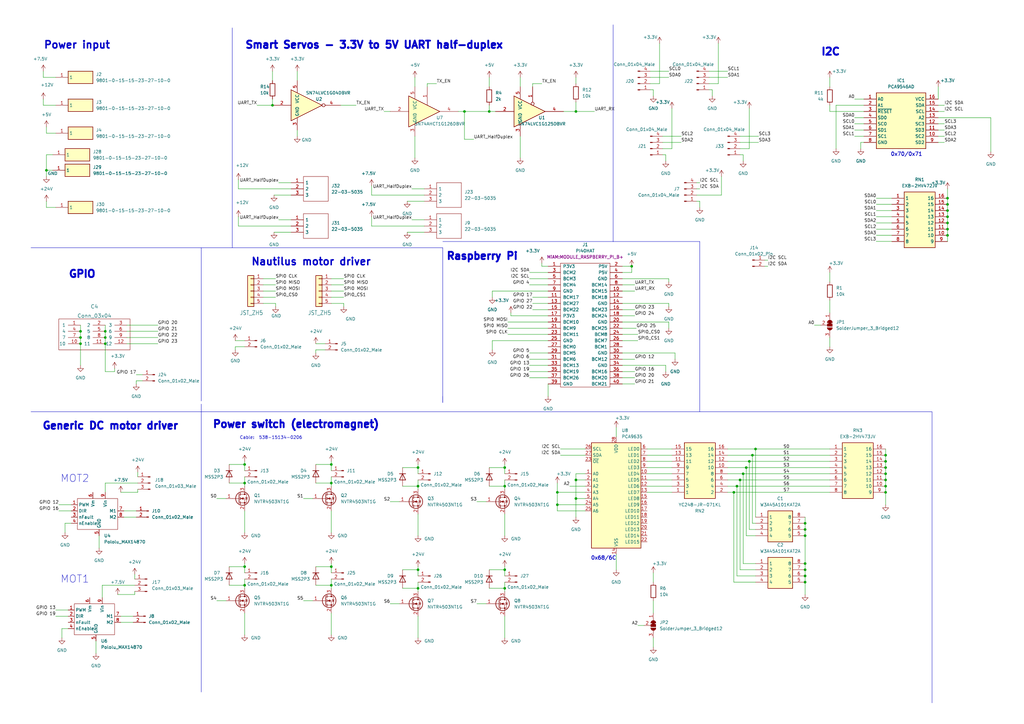
<source format=kicad_sch>
(kicad_sch (version 20231120) (generator "eeschema") (generator_version "8.0")
  (paper "A3")
  (junction (at 388.62 93.98))
  (junction (at 388.62 83.82))
  (junction (at 100.33 240.03))
  (junction (at 33.02 140.97))
  (junction (at 171.45 233.68))
  (junction (at 330.2 233.68))
  (junction (at 111.76 43.18))
  (junction (at 309.88 184.15))
  (junction (at 388.62 86.36))
  (junction (at 306.07 191.77))
  (junction (at 363.22 194.31))
  (junction (at 228.6 207.01))
  (junction (at 303.53 196.85))
  (junction (at 363.22 191.77))
  (junction (at 307.34 189.23))
  (junction (at 135.89 198.12))
  (junction (at 200.66 45.72))
  (junction (at 228.6 201.93))
  (junction (at 330.2 231.14))
  (junction (at 300.99 201.93))
  (junction (at 171.45 199.39))
  (junction (at 236.22 196.85))
  (junction (at 19.05 69.85))
  (junction (at 207.01 233.68))
  (junction (at 363.22 189.23))
  (junction (at 330.2 217.17))
  (junction (at 330.2 214.63))
  (junction (at 100.33 198.12))
  (junction (at 100.33 190.5))
  (junction (at 388.62 81.28))
  (junction (at 135.89 190.5))
  (junction (at 304.8 194.31))
  (junction (at 330.2 236.22))
  (junction (at 363.22 199.39))
  (junction (at 135.89 232.41))
  (junction (at 100.33 232.41))
  (junction (at 33.02 138.43))
  (junction (at 43.18 140.97))
  (junction (at 207.01 199.39))
  (junction (at 236.22 45.72))
  (junction (at 302.26 199.39))
  (junction (at 363.22 196.85))
  (junction (at 236.22 204.47))
  (junction (at 259.08 109.22))
  (junction (at 330.2 219.71))
  (junction (at 388.62 88.9))
  (junction (at 207.01 191.77))
  (junction (at 33.02 135.89))
  (junction (at 363.22 201.93))
  (junction (at 388.62 91.44))
  (junction (at 171.45 191.77))
  (junction (at 43.18 138.43))
  (junction (at 207.01 241.3))
  (junction (at 43.18 135.89))
  (junction (at 308.61 186.69))
  (junction (at 363.22 186.69))
  (junction (at 388.62 96.52))
  (junction (at 135.89 240.03))
  (junction (at 330.2 238.76))
  (junction (at 171.45 241.3))
  (junction (at 190.5 45.72))
  (wire (pts (xy 107.95 116.84) (xy 113.03 116.84)))
  (wire (pts (xy 22.86 250.19) (xy 27.94 250.19)))
  (wire (pts (xy 217.17 147.32) (xy 224.79 147.32)))
  (wire (pts (xy 135.89 237.49) (xy 135.89 240.03)))
  (wire (pts (xy 201.93 119.38) (xy 201.93 121.92)))
  (wire (pts (xy 350.52 48.26) (xy 354.33 48.26)))
  (wire (pts (xy 19.05 52.07) (xy 19.05 54.61)))
  (wire (pts (xy 21.59 63.5) (xy 19.05 63.5)))
  (wire (pts (xy 179.07 34.29) (xy 175.26 34.29)))
  (wire (pts (xy 171.45 196.85) (xy 171.45 199.39)))
  (wire (pts (xy 275.59 184.15) (xy 265.43 184.15)))
  (wire (pts (xy 33.02 135.89) (xy 33.02 138.43)))
  (wire (pts (xy 388.62 77.47) (xy 388.62 81.28)))
  (wire (pts (xy 167.005 95.25) (xy 173.99 95.25)))
  (wire (pts (xy 107.95 114.3) (xy 113.03 114.3)))
  (wire (pts (xy 340.36 123.19) (xy 340.36 128.27)))
  (wire (pts (xy 93.98 198.12) (xy 100.33 198.12)))
  (wire (pts (xy 388.62 91.44) (xy 388.62 93.98)))
  (wire (pts (xy 200.66 43.18) (xy 200.66 45.72)))
  (wire (pts (xy 171.45 232.41) (xy 171.45 233.68)))
  (wire (pts (xy 190.5 57.15) (xy 194.31 57.15)))
  (wire (pts (xy 330.2 236.22) (xy 330.2 238.76)))
  (wire (pts (xy 43.18 152.4) (xy 46.99 152.4)))
  (wire (pts (xy 88.9 204.47) (xy 92.71 204.47)))
  (wire (pts (xy 290.83 36.83) (xy 292.1 36.83)))
  (wire (pts (xy 222.25 107.95) (xy 222.25 109.22)))
  (wire (pts (xy 295.91 80.01) (xy 295.91 72.39)))
  (wire (pts (xy 387.35 45.72) (xy 384.81 45.72)))
  (wire (pts (xy 129.54 198.12) (xy 135.89 198.12)))
  (wire (pts (xy 41.91 240.03) (xy 41.91 245.11)))
  (wire (pts (xy 112.395 95.25) (xy 119.38 95.25)))
  (wire (pts (xy 252.73 175.26) (xy 252.73 179.07)))
  (wire (pts (xy 363.22 191.77) (xy 363.22 194.31)))
  (wire (pts (xy 43.18 198.12) (xy 56.515 198.12)))
  (wire (pts (xy 275.59 201.93) (xy 265.43 201.93)))
  (wire (pts (xy 170.18 35.56) (xy 170.18 31.75)))
  (wire (pts (xy 236.22 194.31) (xy 236.22 196.85)))
  (wire (pts (xy 340.36 45.72) (xy 340.36 43.18)))
  (wire (pts (xy 275.59 60.96) (xy 275.59 44.45)))
  (polyline (pts (xy 181.61 101.6) (xy 181.61 165.1)))
  (wire (pts (xy 261.62 256.54) (xy 264.16 256.54)))
  (wire (pts (xy 255.27 127) (xy 260.35 127)))
  (wire (pts (xy 229.87 184.15) (xy 240.03 184.15)))
  (wire (pts (xy 388.62 81.28) (xy 388.62 83.82)))
  (wire (pts (xy 350.52 50.8) (xy 354.33 50.8)))
  (wire (pts (xy 22.86 252.73) (xy 27.94 252.73)))
  (wire (pts (xy 276.86 144.78) (xy 276.86 147.32)))
  (wire (pts (xy 255.27 139.7) (xy 261.62 139.7)))
  (wire (pts (xy 19.05 82.55) (xy 19.05 85.09)))
  (wire (pts (xy 200.66 35.56) (xy 200.66 31.75)))
  (wire (pts (xy 114.3 90.17) (xy 119.38 90.17)))
  (wire (pts (xy 140.97 125.73) (xy 140.97 124.46)))
  (wire (pts (xy 171.45 190.5) (xy 171.45 191.77)))
  (wire (pts (xy 17.78 31.75) (xy 22.86 31.75)))
  (wire (pts (xy 157.48 45.72) (xy 160.02 45.72)))
  (wire (pts (xy 135.89 251.46) (xy 135.89 260.35)))
  (wire (pts (xy 267.97 246.38) (xy 267.97 251.46)))
  (wire (pts (xy 255.27 137.16) (xy 261.62 137.16)))
  (polyline (pts (xy 287.02 99.06) (xy 287.02 168.91)))
  (wire (pts (xy 200.66 233.68) (xy 207.01 233.68)))
  (wire (pts (xy 228.6 207.01) (xy 228.6 201.93)))
  (wire (pts (xy 201.93 139.7) (xy 201.93 143.51)))
  (wire (pts (xy 40.64 219.71) (xy 40.64 224.79)))
  (wire (pts (xy 133.35 143.51) (xy 129.54 143.51)))
  (wire (pts (xy 309.88 184.15) (xy 309.88 212.09)))
  (wire (pts (xy 342.9 43.18) (xy 354.33 43.18)))
  (wire (pts (xy 55.88 153.67) (xy 58.42 153.67)))
  (wire (pts (xy 290.83 29.21) (xy 298.45 29.21)))
  (wire (pts (xy 167.005 82.55) (xy 173.99 82.55)))
  (wire (pts (xy 303.53 55.88) (xy 311.15 55.88)))
  (wire (pts (xy 200.66 45.72) (xy 203.2 45.72)))
  (wire (pts (xy 359.41 88.9) (xy 365.76 88.9)))
  (wire (pts (xy 217.17 114.3) (xy 224.79 114.3)))
  (wire (pts (xy 384.81 50.8) (xy 387.35 50.8)))
  (wire (pts (xy 217.17 149.86) (xy 224.79 149.86)))
  (wire (pts (xy 217.17 116.84) (xy 224.79 116.84)))
  (wire (pts (xy 165.1 191.77) (xy 171.45 191.77)))
  (wire (pts (xy 52.07 135.89) (xy 64.77 135.89)))
  (wire (pts (xy 359.41 91.44) (xy 365.76 91.44)))
  (wire (pts (xy 135.89 232.41) (xy 135.89 234.95)))
  (wire (pts (xy 298.45 186.69) (xy 308.61 186.69)))
  (wire (pts (xy 135.89 231.14) (xy 135.89 232.41)))
  (wire (pts (xy 387.35 43.18) (xy 384.81 43.18)))
  (wire (pts (xy 100.33 251.46) (xy 100.33 260.35)))
  (wire (pts (xy 359.41 83.82) (xy 365.76 83.82)))
  (wire (pts (xy 309.88 231.14) (xy 304.8 231.14)))
  (wire (pts (xy 165.1 241.3) (xy 171.45 241.3)))
  (wire (pts (xy 309.88 219.71) (xy 306.07 219.71)))
  (polyline (pts (xy 382.27 168.91) (xy 382.27 288.29)))
  (wire (pts (xy 274.32 114.3) (xy 274.32 115.57)))
  (wire (pts (xy 207.01 238.76) (xy 207.01 241.3)))
  (wire (pts (xy 129.54 190.5) (xy 135.89 190.5)))
  (wire (pts (xy 46.99 152.4) (xy 46.99 151.13)))
  (wire (pts (xy 298.45 184.15) (xy 309.88 184.15)))
  (wire (pts (xy 96.52 142.24) (xy 96.52 143.51)))
  (wire (pts (xy 124.46 246.38) (xy 128.27 246.38)))
  (wire (pts (xy 388.62 86.36) (xy 388.62 88.9)))
  (wire (pts (xy 255.27 116.84) (xy 260.35 116.84)))
  (wire (pts (xy 135.89 240.03) (xy 135.89 241.3)))
  (wire (pts (xy 285.75 82.55) (xy 287.02 82.55)))
  (wire (pts (xy 340.36 196.85) (xy 303.53 196.85)))
  (wire (pts (xy 209.55 128.27) (xy 209.55 129.54)))
  (wire (pts (xy 100.33 240.03) (xy 100.33 241.3)))
  (wire (pts (xy 271.78 60.96) (xy 275.59 60.96)))
  (wire (pts (xy 406.4 48.26) (xy 384.81 48.26)))
  (wire (pts (xy 275.59 186.69) (xy 265.43 186.69)))
  (wire (pts (xy 55.245 237.49) (xy 55.245 235.585)))
  (wire (pts (xy 119.38 92.71) (xy 97.79 92.71)))
  (wire (pts (xy 19.05 69.85) (xy 19.05 72.39)))
  (wire (pts (xy 363.22 184.15) (xy 363.22 186.69)))
  (polyline (pts (xy 95.25 101.6) (xy 181.61 101.6)))
  (wire (pts (xy 340.36 184.15) (xy 309.88 184.15)))
  (wire (pts (xy 114.3 74.93) (xy 119.38 74.93)))
  (wire (pts (xy 330.2 214.63) (xy 330.2 217.17)))
  (wire (pts (xy 304.8 63.5) (xy 304.8 66.04)))
  (wire (pts (xy 135.89 119.38) (xy 140.97 119.38)))
  (wire (pts (xy 52.07 138.43) (xy 64.77 138.43)))
  (wire (pts (xy 340.36 194.31) (xy 304.8 194.31)))
  (wire (pts (xy 273.05 63.5) (xy 273.05 66.04)))
  (wire (pts (xy 56.515 201.93) (xy 49.53 201.93)))
  (wire (pts (xy 119.38 77.47) (xy 97.79 77.47)))
  (wire (pts (xy 231.14 45.72) (xy 236.22 45.72)))
  (wire (pts (xy 350.52 40.64) (xy 354.33 40.64)))
  (wire (pts (xy 363.22 189.23) (xy 363.22 191.77)))
  (wire (pts (xy 139.7 43.18) (xy 146.05 43.18)))
  (wire (pts (xy 255.27 134.62) (xy 260.985 134.62)))
  (wire (pts (xy 387.35 55.88) (xy 384.81 55.88)))
  (wire (pts (xy 255.27 149.86) (xy 273.05 149.86)))
  (wire (pts (xy 19.05 63.5) (xy 19.05 69.85)))
  (polyline (pts (xy 82.55 101.6) (xy 82.55 164.465)))
  (wire (pts (xy 29.21 214.63) (xy 26.67 214.63)))
  (wire (pts (xy 100.33 142.24) (xy 96.52 142.24)))
  (wire (pts (xy 55.245 243.84) (xy 48.26 243.84)))
  (wire (pts (xy 207.01 190.5) (xy 207.01 191.77)))
  (wire (pts (xy 359.3422 99.0202) (xy 365.6922 99.0202)))
  (wire (pts (xy 228.6 201.93) (xy 240.03 201.93)))
  (wire (pts (xy 217.17 111.76) (xy 224.79 111.76)))
  (wire (pts (xy 353.06 58.42) (xy 353.06 60.96)))
  (wire (pts (xy 275.59 194.31) (xy 265.43 194.31)))
  (wire (pts (xy 152.4 80.01) (xy 152.4 76.2)))
  (wire (pts (xy 217.17 154.94) (xy 224.79 154.94)))
  (wire (pts (xy 274.32 124.46) (xy 274.32 125.73)))
  (wire (pts (xy 55.245 242.57) (xy 55.245 243.84)))
  (wire (pts (xy 27.94 257.81) (xy 25.4 257.81)))
  (wire (pts (xy 330.2 233.68) (xy 330.2 236.22)))
  (wire (pts (xy 207.01 241.3) (xy 207.01 242.57)))
  (wire (pts (xy 207.01 196.85) (xy 207.01 199.39)))
  (wire (pts (xy 52.07 140.97) (xy 64.77 140.97)))
  (wire (pts (xy 100.33 190.5) (xy 100.33 193.04)))
  (wire (pts (xy 330.2 231.14) (xy 330.2 233.68)))
  (wire (pts (xy 275.59 199.39) (xy 265.43 199.39)))
  (wire (pts (xy 298.45 199.39) (xy 302.26 199.39)))
  (wire (pts (xy 330.2 219.71) (xy 330.2 231.14)))
  (wire (pts (xy 107.95 121.92) (xy 113.03 121.92)))
  (wire (pts (xy 173.99 80.01) (xy 152.4 80.01)))
  (wire (pts (xy 58.42 156.21) (xy 55.88 156.21)))
  (wire (pts (xy 39.37 262.89) (xy 39.37 267.97)))
  (wire (pts (xy 342.9 43.18) (xy 342.9 60.96)))
  (wire (pts (xy 275.59 191.77) (xy 265.43 191.77)))
  (wire (pts (xy 255.27 157.48) (xy 260.35 157.48)))
  (wire (pts (xy 24.13 207.01) (xy 29.21 207.01)))
  (wire (pts (xy 19.05 85.09) (xy 22.86 85.09)))
  (wire (pts (xy 217.17 144.78) (xy 224.79 144.78)))
  (wire (pts (xy 298.45 191.77) (xy 306.07 191.77)))
  (polyline (pts (xy 181.61 162.56) (xy 181.61 165.1)))
  (wire (pts (xy 298.45 201.93) (xy 300.99 201.93)))
  (wire (pts (xy 55.88 156.21) (xy 55.88 157.48)))
  (wire (pts (xy 49.53 252.73) (xy 54.61 252.73)))
  (wire (pts (xy 43.18 138.43) (xy 43.18 140.97)))
  (polyline (pts (xy 12.7 101.6) (xy 95.25 101.6)))
  (wire (pts (xy 240.03 194.31) (xy 236.22 194.31)))
  (wire (pts (xy 298.45 31.75) (xy 290.83 31.75)))
  (wire (pts (xy 294.64 34.29) (xy 294.64 17.78)))
  (wire (pts (xy 309.88 217.17) (xy 307.34 217.17)))
  (wire (pts (xy 168.91 77.47) (xy 173.99 77.47)))
  (wire (pts (xy 267.97 36.83) (xy 267.97 39.37)))
  (wire (pts (xy 218.44 34.29) (xy 218.44 35.56)))
  (wire (pts (xy 240.03 196.85) (xy 236.22 196.85)))
  (wire (pts (xy 222.25 34.29) (xy 218.44 34.29)))
  (wire (pts (xy 359.41 81.28) (xy 365.76 81.28)))
  (wire (pts (xy 340.36 186.69) (xy 308.61 186.69)))
  (wire (pts (xy 275.59 189.23) (xy 265.43 189.23)))
  (wire (pts (xy 271.78 55.88) (xy 279.4 55.88)))
  (wire (pts (xy 129.54 240.03) (xy 135.89 240.03)))
  (wire (pts (xy 388.62 93.98) (xy 388.62 96.52)))
  (wire (pts (xy 267.97 261.62) (xy 267.97 265.43)))
  (wire (pts (xy 100.33 231.14) (xy 100.33 232.41)))
  (wire (pts (xy 271.78 63.5) (xy 273.05 63.5)))
  (wire (pts (xy 43.18 133.35) (xy 43.18 135.89)))
  (wire (pts (xy 274.32 132.08) (xy 274.32 134.62)))
  (wire (pts (xy 121.92 55.88) (xy 121.92 53.34)))
  (wire (pts (xy 43.18 198.12) (xy 43.18 201.93)))
  (wire (pts (xy 19.05 54.61) (xy 22.86 54.61)))
  (wire (pts (xy 135.89 198.12) (xy 135.89 199.39)))
  (wire (pts (xy 266.7 34.29) (xy 270.51 34.29)))
  (wire (pts (xy 273.05 149.86) (xy 273.05 152.4)))
  (wire (pts (xy 228.6 201.93) (xy 228.6 198.12)))
  (wire (pts (xy 266.7 36.83) (xy 267.97 36.83)))
  (wire (pts (xy 124.46 204.47) (xy 128.27 204.47)))
  (wire (pts (xy 350.52 55.88) (xy 354.33 55.88)))
  (wire (pts (xy 313.69 106.68) (xy 314.96 106.68)))
  (wire (pts (xy 129.54 143.51) (xy 129.54 144.78)))
  (wire (pts (xy 267.97 234.95) (xy 267.97 238.76)))
  (wire (pts (xy 113.03 124.46) (xy 107.95 124.46)))
  (wire (pts (xy 255.27 152.4) (xy 260.35 152.4)))
  (wire (pts (xy 171.45 238.76) (xy 171.45 241.3)))
  (wire (pts (xy 252.73 233.68) (xy 252.73 227.33)))
  (wire (pts (xy 359.41 93.98) (xy 365.76 93.98)))
  (wire (pts (xy 308.61 186.69) (xy 308.61 214.63)))
  (wire (pts (xy 236.22 31.75) (xy 236.22 34.29)))
  (wire (pts (xy 363.22 199.39) (xy 363.22 201.93)))
  (wire (pts (xy 240.03 207.01) (xy 228.6 207.01)))
  (wire (pts (xy 228.6 209.55) (xy 228.6 207.01)))
  (wire (pts (xy 49.53 255.27) (xy 54.61 255.27)))
  (wire (pts (xy 340.36 201.93) (xy 300.99 201.93)))
  (wire (pts (xy 190.5 45.72) (xy 190.5 57.15)))
  (wire (pts (xy 93.98 240.03) (xy 100.33 240.03)))
  (wire (pts (xy 129.54 232.41) (xy 135.89 232.41)))
  (wire (pts (xy 303.53 63.5) (xy 304.8 63.5)))
  (wire (pts (xy 387.35 58.42) (xy 384.81 58.42)))
  (wire (pts (xy 236.22 45.72) (xy 243.84 45.72)))
  (wire (pts (xy 171.45 191.77) (xy 171.45 194.31)))
  (wire (pts (xy 195.58 247.65) (xy 199.39 247.65)))
  (wire (pts (xy 43.18 135.89) (xy 43.18 138.43)))
  (wire (pts (xy 93.98 190.5) (xy 100.33 190.5)))
  (wire (pts (xy 171.45 199.39) (xy 171.45 200.66)))
  (wire (pts (xy 207.01 191.77) (xy 207.01 194.31)))
  (wire (pts (xy 359.41 86.36) (xy 365.76 86.36)))
  (wire (pts (xy 113.03 125.73) (xy 113.03 124.46)))
  (wire (pts (xy 255.27 124.46) (xy 274.32 124.46)))
  (wire (pts (xy 135.89 121.92) (xy 140.97 121.92)))
  (wire (pts (xy 121.92 29.21) (xy 121.92 33.02)))
  (wire (pts (xy 255.27 114.3) (xy 274.32 114.3)))
  (wire (pts (xy 303.53 196.85) (xy 303.53 233.68)))
  (wire (pts (xy 100.33 189.23) (xy 100.33 190.5)))
  (wire (pts (xy 302.26 236.22) (xy 302.26 199.39)))
  (wire (pts (xy 384.81 35.56) (xy 384.81 40.64)))
  (wire (pts (xy 175.26 34.29) (xy 175.26 35.56)))
  (wire (pts (xy 41.91 240.03) (xy 55.245 240.03)))
  (wire (pts (xy 107.95 119.38) (xy 113.03 119.38)))
  (wire (pts (xy 33.02 138.43) (xy 33.02 140.97)))
  (wire (pts (xy 255.27 144.78) (xy 276.86 144.78)))
  (wire (pts (xy 200.66 191.77) (xy 207.01 191.77)))
  (wire (pts (xy 135.89 209.55) (xy 135.89 218.44)))
  (wire (pts (xy 218.44 127) (xy 224.79 127)))
  (wire (pts (xy 171.45 241.3) (xy 171.45 242.57)))
  (wire (pts (xy 207.01 232.41) (xy 207.01 233.68)))
  (wire (pts (xy 236.22 204.47) (xy 236.22 212.09)))
  (wire (pts (xy 93.98 232.41) (xy 100.33 232.41)))
  (wire (pts (xy 190.5 45.72) (xy 200.66 45.72)))
  (wire (pts (xy 33.02 140.97) (xy 33.02 149.86)))
  (wire (pts (xy 213.36 64.77) (xy 213.36 55.88)))
  (wire (pts (xy 56.515 200.66) (xy 56.515 201.93)))
  (wire (pts (xy 207.01 210.82) (xy 207.01 219.71)))
  (wire (pts (xy 208.28 134.62) (xy 224.79 134.62)))
  (wire (pts (xy 340.36 191.77) (xy 306.07 191.77)))
  (wire (pts (xy 340.36 111.76) (xy 340.36 115.57)))
  (wire (pts (xy 266.7 29.21) (xy 274.32 29.21)))
  (wire (pts (xy 195.58 205.74) (xy 199.39 205.74)))
  (wire (pts (xy 171.45 233.68) (xy 171.45 236.22)))
  (wire (pts (xy 217.17 152.4) (xy 224.79 152.4)))
  (wire (pts (xy 285.75 74.93) (xy 287.02 74.93)))
  (wire (pts (xy 387.35 53.34) (xy 384.81 53.34)))
  (wire (pts (xy 135.89 190.5) (xy 135.89 193.04)))
  (wire (pts (xy 173.99 92.71) (xy 152.4 92.71)))
  (wire (pts (xy 17.78 43.18) (xy 22.86 43.18)))
  (wire (pts (xy 274.32 31.75) (xy 266.7 31.75)))
  (wire (pts (xy 314.96 109.22) (xy 313.69 109.22)))
  (wire (pts (xy 165.1 233.68) (xy 171.45 233.68)))
  (wire (pts (xy 363.22 201.93) (xy 363.22 207.01)))
  (wire (pts (xy 224.79 139.7) (xy 201.93 139.7)))
  (wire (pts (xy 112.395 80.01) (xy 119.38 80.01)))
  (wire (pts (xy 97.79 77.47) (xy 97.79 73.66)))
  (wire (pts (xy 100.33 232.41) (xy 100.33 234.95)))
  (polyline (pts (xy 82.55 165.735) (xy 82.55 283.845)))
  (wire (pts (xy 135.89 195.58) (xy 135.89 198.12)))
  (wire (pts (xy 26.67 214.63) (xy 26.67 218.44)))
  (wire (pts (xy 309.88 238.76) (xy 300.99 238.76)))
  (wire (pts (xy 218.44 124.46) (xy 224.79 124.46)))
  (wire (pts (xy 33.02 133.35) (xy 33.02 135.89)))
  (polyline (pts (xy 251.46 99.06) (xy 287.02 99.06)))
  (wire (pts (xy 160.02 247.65) (xy 163.83 247.65)))
  (wire (pts (xy 298.45 189.23) (xy 307.34 189.23)))
  (wire (pts (xy 306.07 219.71) (xy 306.07 191.77)))
  (wire (pts (xy 340.36 199.39) (xy 302.26 199.39)))
  (wire (pts (xy 24.13 209.55) (xy 29.21 209.55)))
  (wire (pts (xy 340.36 189.23) (xy 307.34 189.23)))
  (wire (pts (xy 207.01 233.68) (xy 207.01 236.22)))
  (wire (pts (xy 388.62 96.52) (xy 388.62 99.06)))
  (wire (pts (xy 330.2 217.17) (xy 330.2 219.71)))
  (wire (pts (xy 17.78 31.75) (xy 17.78 29.21)))
  (wire (pts (xy 240.03 204.47) (xy 236.22 204.47)))
  (wire (pts (xy 50.8 209.55) (xy 55.88 209.55)))
  (wire (pts (xy 298.45 194.31) (xy 304.8 194.31)))
  (wire (pts (xy 388.62 88.9) (xy 388.62 91.44)))
  (wire (pts (xy 309.88 236.22) (xy 302.26 236.22)))
  (wire (pts (xy 43.18 140.97) (xy 43.18 152.4)))
  (wire (pts (xy 208.28 132.08) (xy 224.79 132.08)))
  (wire (pts (xy 171.45 252.73) (xy 171.45 261.62)))
  (wire (pts (xy 135.89 189.23) (xy 135.89 190.5)))
  (wire (pts (xy 363.22 196.85) (xy 363.22 199.39)))
  (wire (pts (xy 255.27 147.32) (xy 260.35 147.32)))
  (wire (pts (xy 311.15 58.42) (xy 303.53 58.42)))
  (wire (pts (xy 88.9 246.38) (xy 92.71 246.38)))
  (wire (pts (xy 307.34 189.23) (xy 307.34 217.17)))
  (wire (pts (xy 275.59 196.85) (xy 265.43 196.85)))
  (wire (pts (xy 229.87 186.69) (xy 240.03 186.69)))
  (wire (pts (xy 353.06 58.42) (xy 354.33 58.42)))
  (wire (pts (xy 168.91 90.17) (xy 173.99 90.17)))
  (wire (pts (xy 152.4 92.71) (xy 152.4 88.9)))
  (wire (pts (xy 165.1 199.39) (xy 171.45 199.39)))
  (wire (pts (xy 140.97 124.46) (xy 135.89 124.46)))
  (wire (pts (xy 129.54 140.97) (xy 133.35 140.97)))
  (wire (pts (xy 52.07 133.35) (xy 64.77 133.35)))
  (wire (pts (xy 340.36 31.75) (xy 340.36 35.56)))
  (wire (pts (xy 100.33 209.55) (xy 100.33 218.44)))
  (wire (pts (xy 292.1 36.83) (xy 292.1 39.37)))
  (wire (pts (xy 209.55 129.54) (xy 224.79 129.54)))
  (wire (pts (xy 298.45 196.85) (xy 303.53 196.85)))
  (wire (pts (xy 100.33 237.49) (xy 100.33 240.03)))
  (wire (pts (xy 350.52 53.34) (xy 354.33 53.34)))
  (wire (pts (xy 340.36 45.72) (xy 354.33 45.72)))
  (wire (pts (xy 105.41 43.18) (xy 111.76 43.18)))
  (wire (pts (xy 270.51 34.29) (xy 270.51 17.78)))
  (wire (pts (xy 224.79 157.48) (xy 224.79 162.56)))
  (polyline (pts (xy 181.61 99.06) (xy 251.46 99.06)))
  (wire (pts (xy 218.44 121.92) (xy 224.79 121.92)))
  (wire (pts (xy 255.27 132.08) (xy 274.32 132.08)))
  (wire (pts (xy 17.78 43.18) (xy 17.78 40.64)))
  (wire (pts (xy 25.4 257.81) (xy 25.4 261.62)))
  (wire (pts (xy 56.515 195.58) (xy 56.515 193.675)))
  (wire (pts (xy 255.27 154.94) (xy 260.35 154.94)))
  (wire (pts (xy 240.03 209.55) (xy 228.6 209.55)))
  (wire (pts (xy 287.02 77.47) (xy 285.75 77.47)))
  (wire (pts (xy 170.18 64.77) (xy 170.18 55.88)))
  (wire (pts (xy 236.22 41.91) (xy 236.22 45.72)))
  (wire (pts (xy 304.8 194.31) (xy 304.8 231.14)))
  (wire (pts (xy 207.01 199.39) (xy 207.01 200.66)))
  (wire (pts (xy 363.22 186.69) (xy 363.22 189.23)))
  (wire (pts (xy 279.4 58.42) (xy 271.78 58.42)))
  (wire (pts (xy 187.96 45.72) (xy 190.5 45.72)))
  (wire (pts (xy 21.59 69.85) (xy 19.05 69.85)))
  (wire (pts (xy 303.53 60.96) (xy 307.34 60.96)))
  (wire (pts (xy 111.76 43.18) (xy 111.76 40.64)))
  (wire (pts (xy 135.89 116.84) (xy 140.97 116.84)))
  (wire (pts (xy 307.34 60.96) (xy 307.34 44.45)))
  (wire (pts (xy 334.01 133.35) (xy 336.55 133.35)))
  (wire (pts (xy 255.27 111.76) (xy 259.08 111.76)))
  (wire (pts (xy 200.66 199.39) (xy 207.01 199.39)))
  (wire (pts (xy 259.08 111.76) (xy 259.08 109.22)))
  (wire (pts (xy 222.25 109.22) (xy 224.79 109.22)))
  (wire (pts (xy 340.36 138.43) (xy 340.36 142.24)))
  (wire (pts (xy 135.89 114.3) (xy 140.97 114.3)))
  (wire (pts (xy 160.02 205.74) (xy 163.83 205.74)))
  (wire (pts (xy 309.88 214.63) (xy 308.61 214.63)))
  (wire (pts (xy 111.76 29.21) (xy 111.76 33.02)))
  (wire (pts (xy 359.41 96.52) (xy 365.76 96.52)))
  (wire (pts (xy 363.22 194.31) (xy 363.22 196.85)))
  (wire (pts (xy 285.75 80.01) (xy 295.91 80.01)))
  (wire (pts (xy 224.79 119.38) (xy 201.93 119.38)))
  (polyline (pts (xy 12.7 168.91) (xy 382.27 168.91)))
  (wire (pts (xy 200.66 241.3) (xy 207.01 241.3)))
  (wire (pts (xy 388.62 83.82) (xy 388.62 86.36)))
  (wire (pts (xy 100.33 195.58) (xy 100.33 198.12)))
  (wire (pts (xy 208.28 137.16) (xy 224.79 137.16)))
  (wire (pts (xy 300.99 238.76) (xy 300.99 201.93)))
  (wire (pts (xy 255.27 129.54) (xy 260.35 129.54)))
  (wire (pts (xy 96.52 139.7) (xy 100.33 139.7)))
  (wire (pts (xy 97.79 92.71) (xy 97.79 88.9)))
  (polyline (pts (xy 95.25 11.43) (xy 95.25 101.6)))
  (wire (pts (xy 309.88 233.68) (xy 303.53 233.68)))
  (wire (pts (xy 171.45 210.82) (xy 171.45 219.71)))
  (wire (pts (xy 50.8 212.09) (xy 55.88 212.09)))
  (wire (pts (xy 406.4 62.23) (xy 406.4 48.26)))
  (wire (pts (xy 287.02 82.55) (xy 287.02 85.09)))
  (wire (pts (xy 290.83 34.29) (xy 294.64 34.29)))
  (wire (pts (xy 233.68 199.39) (xy 240.03 199.39)))
  (wire (pts (xy 255.27 119.38) (xy 260.35 119.38)))
  (wire (pts (xy 100.33 198.12) (xy 100.33 199.39)))
  (wire (pts (xy 207.01 252.73) (xy 207.01 261.62)))
  (wire (pts (xy 330.2 212.09) (xy 330.2 214.63)))
  (wire (pts (xy 236.22 196.85) (xy 236.22 204.47)))
  (wire (pts (xy 255.27 109.22) (xy 259.08 109.22)))
  (polyline (pts (xy 251.46 10.16) (xy 251.46 99.06)))
  (wire (pts (xy 213.36 31.75) (xy 213.36 35.56)))
  (wire (pts (xy 330.2 238.76) (xy 330.2 243.84)))
  (text "0x70/0x71" (at 365.252 64.262 0) (effects (font (size 1.524 1.524) (thickness 0.254)) (justify left bottom)))
  (text "Power switch (electromagnet)" (at 86.995 175.895 0) (effects (font (size 3 3) (thickness 0.8) (bold yes)) (justify left bottom)))
  (text "Nautilus motor driver" (at 102.87 109.22 0) (effects (font (size 3 3) (thickness 0.6) (bold yes)) (justify left bottom)))
  (text "GPIO" (at 27.94 114.3 0) (effects (font (size 3 3) (thickness 0.8) (bold yes)) (justify left bottom)))
  (text "I2C" (at 336.55 23.114 0) (effects (font (size 3 3) (thickness 0.8) (bold yes)) (justify left bottom)))
  (text "MOT1\n" (at 24.765 239.395 0) (effects (font (size 3 3)) (justify left bottom)))
  (text "Smart Servos - 3.3V to 5V UART half-duplex" (at 100.33 20.32 0) (effects (font (size 3 3) (thickness 0.8) (bold yes)) (justify left bottom)))
  (text "Power input" (at 17.78 20.32 0) (effects (font (size 3 3) (thickness 0.6) (bold yes)) (justify left bottom)))
  (text "0x68/6C" (at 242.316 229.87 0) (effects (font (size 1.524 1.524) (thickness 0.254)) (justify left bottom)))
  (text "Generic DC motor driver" (at 17.145 176.53 0) (effects (font (size 3 3) (thickness 0.8) (bold yes)) (justify left bottom)))
  (text "Cable:  538-15134-0206 " (at 98.298 180.34 0) (effects (font (size 1.27 1.27)) (justify left bottom)))
  (text "MOT2" (at 24.765 198.12 0) (effects (font (size 3 3)) (justify left bottom)))
  (text "Raspberry Pi" (at 182.88 106.934 0) (effects (font (size 3 3) (thickness 0.8) (bold yes)) (justify left bottom)))
  (label "SDA1" (at 359.41 86.36 180))
  (label "UART_HalfDuplex" (at 168.91 90.17 180))
  (label "GPIO 25" (at 260.985 134.62 0))
  (label "GPIO 21" (at 64.77 135.89 0))
  (label "GPIO 6" (at 217.17 147.32 180))
  (label "I2C SCL" (at 217.17 114.3 180))
  (label "I2C SDA" (at 387.35 43.18 0))
  (label "S4" (at 323.85 194.31 180))
  (label "GPIO 17" (at 55.88 153.67 180))
  (label "GPIO 20" (at 260.35 154.94 0))
  (label "S6" (at 160.02 247.65 180))
  (label "S6" (at 323.85 199.39 180))
  (label "SCL1" (at 359.41 88.9 180))
  (label "GPIO 22" (at 218.44 127 180))
  (label "SCL1" (at 298.45 29.21 0))
  (label "GPIO 16" (at 260.35 152.4 0))
  (label "SCL3" (at 387.35 50.8 0))
  (label "S3" (at 323.85 191.77 180))
  (label "SCL0" (at 359.41 83.82 180))
  (label "GPIO 5" (at 217.17 144.78 180))
  (label "SCL2" (at 387.35 55.88 0))
  (label "UART_TX" (at 157.48 45.72 180))
  (label "I2C SDA" (at 217.17 111.76 180))
  (label "GPIO 19" (at 22.86 252.73 180))
  (label "SDA0" (at 359.41 81.28 180))
  (label "SPI0 CLK" (at 113.03 114.3 0))
  (label "GPIO 17" (at 218.44 121.92 180))
  (label "UART_RX" (at 260.35 119.38 0))
  (label "GPIO 12" (at 24.13 207.01 180))
  (label "SCL3" (at 359.3422 99.0202 180))
  (label "S4" (at 88.9 246.38 180))
  (label "I2C SCL" (at 229.87 184.15 180))
  (label "I2C SDA" (at 229.87 186.69 180))
  (label "TX_EN" (at 222.25 34.29 0))
  (label "TX_EN" (at 146.05 43.18 0))
  (label "I2C SCL" (at 387.35 45.72 0))
  (label "SPI0 MISO" (at 140.97 116.84 0))
  (label "TX_EN" (at 179.07 34.29 0))
  (label "SPI0 CLK" (at 208.28 137.16 180))
  (label "GPIO 24" (at 260.35 129.54 0))
  (label "SDA1" (at 298.45 31.75 0))
  (label "SDA2" (at 279.4 58.42 0))
  (label "UART_RX" (at 243.84 45.72 0))
  (label "GPIO 19" (at 217.17 152.4 180))
  (label "SPI0 MOSI" (at 208.28 132.08 180))
  (label "GPIO 4" (at 217.17 116.84 180))
  (label "UART_TX" (at 260.35 116.84 0))
  (label "SPI0_CS1" (at 140.97 121.92 0))
  (label "SPI0 CLK" (at 140.97 114.3 0))
  (label "S0" (at 323.85 184.15 180))
  (label "SDA0" (at 350.52 48.26 180))
  (label "GPIO 12" (at 260.35 147.32 0))
  (label "UART_HalfDuplex" (at 194.31 57.15 0))
  (label "UART_TX" (at 105.41 43.18 180))
  (label "SCL3" (at 311.15 55.88 0))
  (label "I2C SDA" (at 287.02 77.47 0))
  (label "GPIO 23" (at 260.35 127 0))
  (label "SDA2" (at 359.41 91.44 180))
  (label "UART_HalfDuplex" (at 114.3 74.93 180))
  (label "I2C SCL" (at 314.96 106.68 0))
  (label "A2" (at 261.62 256.54 180))
  (label "A0" (at 334.01 133.35 180))
  (label "SPI0 MOSI" (at 113.03 119.38 0))
  (label "A2" (at 233.68 199.39 180))
  (label "SDA3" (at 387.35 53.34 0))
  (label "S7" (at 195.58 247.65 180))
  (label "SCL0" (at 274.32 29.21 0))
  (label "GPIO 20" (at 64.77 133.35 0))
  (label "SCL2" (at 279.4 55.88 0))
  (label "SCL0" (at 350.52 50.8 180))
  (label "SCL1" (at 350.52 55.88 180))
  (label "SPI0 MOSI" (at 140.97 119.38 0))
  (label "SDA0" (at 274.32 31.75 0))
  (label "S1" (at 323.85 186.69 180))
  (label "I2C SCL" (at 287.02 74.93 0))
  (label "S0" (at 88.9 204.47 180))
  (label "GPIO 27" (at 218.44 124.46 180))
  (label "SCL2" (at 359.41 93.98 180))
  (label "SDA3" (at 359.41 96.52 180))
  (label "GPIO 23" (at 64.77 140.97 0))
  (label "SPI0_CS1" (at 261.62 139.7 0))
  (label "A0" (at 350.52 40.64 180))
  (label "SDA1" (at 350.52 53.34 180))
  (label "S5" (at 323.85 196.85 180))
  (label "UART_HalfDuplex" (at 168.91 77.47 180))
  (label "GPIO 13" (at 217.17 149.86 180))
  (label "SPI0_CS0" (at 261.62 137.16 0))
  (label "SDA2" (at 387.35 58.42 0))
  (label "GPIO 21" (at 260.35 157.48 0))
  (label "S1" (at 124.46 204.47 180))
  (label "SPI0_CS0" (at 113.03 121.92 0))
  (label "UART_HalfDuplex" (at 114.3 90.17 180))
  (label "GPIO 26" (at 217.17 154.94 180))
  (label "GPIO 16" (at 24.13 209.55 180))
  (label "SPI0 MISO" (at 208.28 134.62 180))
  (label "S5" (at 124.46 246.38 180))
  (label "GPIO 13" (at 22.86 250.19 180))
  (label "I2C SDA" (at 314.96 109.22 0))
  (label "S2" (at 160.02 205.74 180))
  (label "SPI0 MISO" (at 113.03 116.84 0))
  (label "S3" (at 195.58 205.74 180))
  (label "S2" (at 323.85 189.23 180))
  (label "SDA3" (at 311.15 58.42 0))
  (label "S7" (at 323.85 201.93 180))
  (label "GPIO 22" (at 64.77 138.43 0))
  (symbol (lib_id "power:+3.3V") (at 121.92 29.21 0) (unit 1)
    (property "Reference" "#PWR039" (effects (hide yes)))
    (property "Value" "+3.3V" (at 121.92 24.13 0))
  )
  (symbol (lib_id "power:+3.3V") (at 270.51 17.78 0) (unit 1)
    (property "Reference" "#PWR028" (effects (hide yes)))
    (property "Value" "+3.3V" (at 266.7 15.24 0))
  )
  (symbol (lib_id "power:+3.3V") (at 222.25 107.95 0) (unit 1)
    (property "Reference" "#PWR0120" (effects (hide yes)))
    (property "Value" "+3.3V" (at 218.44 102.87 0))
  )
  (symbol (lib_id "power:+5V") (at 259.08 109.22 0) (unit 1)
    (property "Reference" "#PWR0102" (effects (hide yes)))
    (property "Value" "+5V" (at 259.08 104.14 0))
  )
  (symbol (lib_id "power:+24V") (at 135.89 231.14 0) (unit 1)
    (property "Reference" "#PWR019" (effects (hide yes)))
    (property "Value" "+24V" (at 135.89 226.06 0))
  )
  (symbol (lib_id "MiAM:EXB-2HV473JV") (at 340.36 184.15 0) (unit 1)
    (property "Reference" "RN3" (at 351.79 176.53 0))
    (property "Value" "EXB-2HV473JV" (at 351.79 179.07 0))
    (property "Footprint" "MiAM:EXB2HV_1" (effects (hide yes)))
    (property "Datasheet" "http://www.farnell.com/datasheets/1718548.pdf" (effects (hide yes)))
    (property "Description" "Resistor Networks & Arrays 0402 47Kohm 8Res Convex Term AEC-Q200" (effects (hide yes)))
    (property "Manufacturer_Name" "Panasonic" (effects (hide yes)))
    (property "Manufacturer_Part_Number" "EXB-2HV473JV" (effects (hide yes)))
    (property "Mouser Part Number" " 667-EXB-2HV473JV " (effects (hide yes)))
    (property "Mouser Price/Stock" "https://www.mouser.co.uk/ProductDetail/Panasonic/EXB-2HV473JV?qs=cttFivMKqWz7fdv8vBp4dw%3D%3D" (effects (hide yes)))
    (property "Arrow Part Number" "EXB-2HV473JV" (effects (hide yes)))
    (property "Arrow Price/Stock" "https://www.arrow.com/en/products/exb-2hv473jv/panasonic?region=nac" (effects (hide yes)))
  )
  (symbol (lib_id "power:+7.5V") (at 48.26 243.84 0) (unit 1)
    (property "Reference" "#PWR015" (effects (hide yes)))
    (property "Value" "+7.5V" (at 48.26 238.76 0))
  )
  (symbol (lib_id "Device:D") (at 200.66 237.49 270) (unit 1)
    (property "Reference" "D10" (at 194.31 236.22 90) (effects (justify left)))
    (property "Value" "MSS2P3" (at 190.5 238.76 90) (effects (justify left)))
    (property "Footprint" "Diode_SMD:D_MicroSMP_AK" (effects (hide yes)))
    (property "Sim.Device" "D" (effects (hide yes)))
    (property "Sim.Pins" "1=K 2=A" (effects (hide yes)))
    (property "RS" "    710-3086" (effects (hide yes)))
  )
  (symbol (lib_id "power:GND") (at 292.1 39.37 0) (unit 1)
    (property "Reference" "#PWR078" (effects (hide yes)))
    (property "Value" "GND" (at 292.1 44.45 0))
  )
  (symbol (lib_id "Device:Q_NMOS_GSD") (at 97.79 246.38 0) (unit 1)
    (property "Reference" "Q5" (at 104.14 245.11 0) (effects (justify left)))
    (property "Value" "NVTR4503NT1G" (at 104.14 247.65 0) (effects (justify left)))
    (property "Footprint" "Package_TO_SOT_SMD:SOT-23_Handsoldering" (effects (hide yes)))
    (property "RS" "    780-4815" (effects (hide yes)))
  )
  (symbol (lib_id "power:+7.5V") (at 152.4 76.2 0) (unit 1)
    (property "Reference" "#PWR035" (effects (hide yes)))
    (property "Value" "+7.5V" (at 151.13 71.12 0))
  )
  (symbol (lib_id "power:+3.3V") (at 252.73 175.26 0) (unit 1)
    (property "Reference" "#PWR057" (effects (hide yes)))
    (property "Value" "+3.3V" (at 255.27 171.45 0))
  )
  (symbol (lib_id "power:+7.5V") (at 152.4 88.9 0) (unit 1)
    (property "Reference" "#PWR043" (effects (hide yes)))
    (property "Value" "+7.5V" (at 151.13 83.82 0))
  )
  (symbol (lib_id "74xGxx:74LVC1G126") (at 175.26 45.72 0) (unit 1)
    (property "Reference" "U7" (at 180.34 48.26 0))
    (property "Value" "SN74AHCT1G126DBVR" (at 180.34 50.8 0))
    (property "Footprint" "Package_TO_SOT_SMD:SOT-23-5_HandSoldering" (effects (hide yes)))
    (property "Datasheet" "https://www.ti.com/lit/ds/symlink/SN74AHCT1G126.pdf" (effects (hide yes)))
    (property "Mouser Part Number" " 595-SNAHCT1G126DBVR " (effects (hide yes)))
  )
  (symbol (lib_id "power:GND") (at 363.22 207.01 0) (unit 1)
    (property "Reference" "#PWR060" (effects (hide yes)))
    (property "Value" "GND" (at 363.22 212.09 0))
  )
  (symbol (lib_id "Connector:Conn_01x02_Male") (at 60.96 209.55 0) (mirror y) (unit 1)
    (property "Reference" "J10" (at 62.23 209.5499 0) (effects (justify right)))
    (property "Value" "Conn_01x02_Male" (at 62.23 212.0899 0) (effects (justify right)))
    (property "Footprint" "Connector_Molex:Molex_PicoBlade_53047-0210_1x02_P1.25mm_Vertical" (effects (hide yes)))
  )
  (symbol (lib_id "MiAM:W3A45A101KAT2A") (at 309.88 231.14 0) (unit 1)
    (property "Reference" "C2" (at 320.04 223.52 0))
    (property "Value" "W3A45A101KAT2A" (at 320.04 226.06 0))
    (property "Footprint" "MiAM:W3A45A101KAT2A" (effects (hide yes)))
    (property "Datasheet" "https://datasheets.kyocera-avx.com/CapArray.pdf" (effects (hide yes)))
    (property "Description" "100pF Isolated Capacitor 4 Array 50 V C0G, NP0 1206 (3216 Metric)" (effects (hide yes)))
    (property "Height" "1.35" (effects (hide yes)))
    (property "Manufacturer_Name" "Kyocera AVX" (effects (hide yes)))
    (property "Manufacturer_Part_Number" "W3A45A101KAT2A" (effects (hide yes)))
    (property "Mouser Part Number" "581-W3A45A101K" (effects (hide yes)))
    (property "Mouser Price/Stock" "https://www.mouser.co.uk/ProductDetail/AVX/W3A45A101KAT2A?qs=DdDi5Yj9iRSV33ZDmi9g9A%3D%3D" (effects (hide yes)))
  )
  (symbol (lib_id "MiAM:22-03-5035") (at 173.99 77.47 0) (unit 1)
    (property "Reference" "J23" (at 190.5 78.7399 0) (effects (justify left)))
    (property "Value" "22-03-5035" (at 190.5 81.2799 0) (effects (justify left)))
    (property "Footprint" "MiAM:SHDR3W60P0X250_1X3_990X490X590P" (effects (hide yes)))
    (property "Datasheet" "http://www.molex.com/pdm_docs/sd/022035035_sd.pdf" (effects (hide yes)))
    (property "Description" "Header 2.5mm SPOX,WTB,vert, shrouded, 3w Molex SPOX Series, Series Number 5267, 2.5mm Pitch 3 Way 1 Row Straight PCB Header, Solder Termination, 3A" (effects (hide yes)))
    (property "Height" "5.9" (effects (hide yes)))
    (property "Manufacturer_Name" "Molex" (effects (hide yes)))
    (property "Manufacturer_Part_Number" "22-03-5035" (effects (hide yes)))
    (property "RS Part Number" "    687-8048" (effects (hide yes)))
  )
  (symbol (lib_id "MiAM:9801-0-15-15-23-27-10-0") (at 22.86 54.61 0) (unit 1)
    (property "Reference" "J4" (at 39.37 53.3399 0) (effects (justify left)))
    (property "Value" "9801-0-15-15-23-27-10-0" (at 39.37 55.8799 0) (effects (justify left)))
    (property "Footprint" "MiAM:9801015152327100" (effects (hide yes)))
    (property "Datasheet" "https://datasheet.datasheetarchive.com/originals/distributors/SFDatasheet-11/sf-000233131.pdf" (effects (hide yes)))
    (property "Description" "Circuit Board Hardware - PCB 10u AU OVER NI 23 CON" (effects (hide yes)))
    (property "Height" "2.54" (effects (hide yes)))
    (property "Manufacturer_Name" "Mill-Max" (effects (hide yes)))
    (property "Manufacturer_Part_Number" "9801-0-15-15-23-27-10-0" (effects (hide yes)))
    (property "Mouser Part Number" "575-9801015152327" (effects (hide yes)))
    (property "Mouser Price/Stock" "https://www.mouser.co.uk/ProductDetail/Mill-Max/9801-0-15-15-23-27-10-0?qs=J5yiHjxykzz79bUuzrNLew%3D%3D" (effects (hide yes)))
    (property "Mates with" " 575-0600005150000 " (effects (hide yes)))
  )
  (symbol (lib_id "power:GND") (at 19.05 72.39 0) (unit 1)
    (property "Reference" "#PWR065" (effects (hide yes)))
    (property "Value" "GND" (at 21.59 71.12 0))
  )
  (symbol (lib_id "power:+3.3V") (at 228.6 198.12 0) (unit 1)
    (property "Reference" "#PWR059" (effects (hide yes)))
    (property "Value" "+3.3V" (at 231.14 194.31 0))
  )
  (symbol (lib_id "power:GND") (at 167.005 95.25 0) (unit 1)
    (property "Reference" "#PWR044" (effects (hide yes)))
    (property "Value" "GND" (at 167.005 100.33 0))
  )
  (symbol (lib_name "+24V_1") (lib_id "power:+24V") (at 19.05 82.55 0) (unit 1)
    (property "Reference" "#PWR066" (effects (hide yes)))
    (property "Value" "+24V" (at 19.05 77.47 0))
    (property "Description" "Power symbol creates a global label with name \"+24V\"" (effects (hide yes)))
  )
  (symbol (lib_id "power:+7.5V") (at 49.53 201.93 0) (unit 1)
    (property "Reference" "#PWR017" (effects (hide yes)))
    (property "Value" "+7.5V" (at 49.53 196.85 0))
  )
  (symbol (lib_id "power:+3.3V") (at 267.97 234.95 0) (unit 1)
    (property "Reference" "#PWR042" (effects (hide yes)))
    (property "Value" "+3.3V" (at 270.51 231.14 0))
  )
  (symbol (lib_id "power:GND") (at 267.97 265.43 0) (unit 1)
    (property "Reference" "#PWR0152" (effects (hide yes)))
    (property "Value" "GND" (at 267.97 270.51 0))
  )
  (symbol (lib_id "MiAM:W3A45A101KAT2A") (at 309.88 212.09 0) (unit 1)
    (property "Reference" "C1" (at 320.04 204.47 0))
    (property "Value" "W3A45A101KAT2A" (at 320.04 207.01 0))
    (property "Footprint" "MiAM:W3A45A101KAT2A" (effects (hide yes)))
    (property "Datasheet" "https://datasheets.kyocera-avx.com/CapArray.pdf" (effects (hide yes)))
    (property "Description" "100pF Isolated Capacitor 4 Array 50 V C0G, NP0 1206 (3216 Metric)" (effects (hide yes)))
    (property "Height" "1.35" (effects (hide yes)))
    (property "Manufacturer_Name" "Kyocera AVX" (effects (hide yes)))
    (property "Manufacturer_Part_Number" "W3A45A101KAT2A" (effects (hide yes)))
    (property "Mouser Part Number" "581-W3A45A101K" (effects (hide yes)))
    (property "Mouser Price/Stock" "https://www.mouser.co.uk/ProductDetail/AVX/W3A45A101KAT2A?qs=DdDi5Yj9iRSV33ZDmi9g9A%3D%3D" (effects (hide yes)))
  )
  (symbol (lib_id "power:+3.3V") (at 384.81 35.56 0) (mirror y) (unit 1)
    (property "Reference" "#PWR084" (effects (hide yes)))
    (property "Value" "+3.3V" (at 388.62 33.02 0))
  )
  (symbol (lib_id "power:GND") (at 406.4 62.23 0) (mirror y) (unit 1)
    (property "Reference" "#PWR046" (effects (hide yes)))
    (property "Value" "GND" (at 406.4 67.31 0))
  )
  (symbol (lib_id "Device:Q_NMOS_GSD") (at 204.47 247.65 0) (unit 1)
    (property "Reference" "Q8" (at 210.82 246.38 0) (effects (justify left)))
    (property "Value" "NVTR4503NT1G" (at 210.82 248.92 0) (effects (justify left)))
    (property "Footprint" "Package_TO_SOT_SMD:SOT-23_Handsoldering" (effects (hide yes)))
    (property "RS" "    780-4815" (effects (hide yes)))
  )
  (symbol (lib_id "power:GND") (at 342.9 60.96 0) (unit 1)
    (property "Reference" "#PWR045" (effects (hide yes)))
    (property "Value" "GND" (at 342.9 66.04 0))
  )
  (symbol (lib_id "power:+12V") (at 17.78 40.64 0) (unit 1)
    (property "Reference" "#PWR063" (effects (hide yes)))
    (property "Value" "+12V" (at 19.304 34.798 0))
    (property "Description" "Power symbol creates a global label with name \"+12V\"" (effects (hide yes)))
  )
  (symbol (lib_id "power:+24V") (at 207.01 190.5 0) (unit 1)
    (property "Reference" "#PWR011" (effects (hide yes)))
    (property "Value" "+24V" (at 207.01 185.42 0))
  )
  (symbol (lib_id "power:GND") (at 96.52 143.51 0) (unit 1)
    (property "Reference" "#PWR0105" (effects (hide yes)))
    (property "Value" "GND" (at 96.52 147.955 0))
  )
  (symbol (lib_id "power:GND") (at 112.395 95.25 0) (unit 1)
    (property "Reference" "#PWR068" (effects (hide yes)))
    (property "Value" "GND" (at 112.395 100.33 0))
  )
  (symbol (lib_id "Device:D") (at 200.66 195.58 270) (unit 1)
    (property "Reference" "D6" (at 194.31 194.31 90) (effects (justify left)))
    (property "Value" "MSS2P3" (at 190.5 196.85 90) (effects (justify left)))
    (property "Footprint" "Diode_SMD:D_MicroSMP_AK" (effects (hide yes)))
    (property "Sim.Device" "D" (effects (hide yes)))
    (property "Sim.Pins" "1=K 2=A" (effects (hide yes)))
    (property "RS" "    710-3086" (effects (hide yes)))
  )
  (symbol (lib_id "Jumper:SolderJumper_3_Bridged12") (at 267.97 256.54 270) (unit 1)
    (property "Reference" "JP2" (at 270.51 255.27 90) (effects (justify left)))
    (property "Value" "SolderJumper_3_Bridged12" (at 270.51 257.81 90) (effects (justify left)))
    (property "Footprint" "Jumper:SolderJumper-3_P1.3mm_Bridged12_Pad1.0x1.5mm_NumberLabels" (effects (hide yes)))
  )
  (symbol (lib_id "MiAM:Conn_03x04") (at 39.37 129.54 0) (mirror y) (unit 1)
    (property "Reference" "C4" (at 38.735 125.73 0) (effects (font (size 1.524 1.524))))
    (property "Value" "Conn_03x04" (at 38.735 129.54 0) (effects (font (size 1.524 1.524))))
    (property "Footprint" "MiAM:Pin_Header_Straight_3x04_Pitch2.54mm" (effects (hide yes)))
  )
  (symbol (lib_id "power:GND") (at 33.02 149.86 0) (unit 1)
    (property "Reference" "#PWR0130" (effects (hide yes)))
    (property "Value" "GND" (at 33.02 154.94 0))
  )
  (symbol (lib_id "power:+24V") (at 171.45 232.41 0) (unit 1)
    (property "Reference" "#PWR021" (effects (hide yes)))
    (property "Value" "+24V" (at 171.45 227.33 0))
  )
  (symbol (lib_id "MiAM:9801-0-15-15-23-27-10-0") (at 22.86 31.75 0) (unit 1)
    (property "Reference" "J2" (at 39.37 30.4799 0) (effects (justify left)))
    (property "Value" "9801-0-15-15-23-27-10-0" (at 39.37 33.0199 0) (effects (justify left)))
    (property "Footprint" "MiAM:9801015152327100" (effects (hide yes)))
    (property "Datasheet" "https://datasheet.datasheetarchive.com/originals/distributors/SFDatasheet-11/sf-000233131.pdf" (effects (hide yes)))
    (property "Description" "Circuit Board Hardware - PCB 10u AU OVER NI 23 CON" (effects (hide yes)))
    (property "Height" "2.54" (effects (hide yes)))
    (property "Manufacturer_Name" "Mill-Max" (effects (hide yes)))
    (property "Manufacturer_Part_Number" "9801-0-15-15-23-27-10-0" (effects (hide yes)))
    (property "Mouser Part Number" "575-9801015152327" (effects (hide yes)))
    (property "Mouser Price/Stock" "https://www.mouser.co.uk/ProductDetail/Mill-Max/9801-0-15-15-23-27-10-0?qs=J5yiHjxykzz79bUuzrNLew%3D%3D" (effects (hide yes)))
    (property "Mates with" " 575-0600005150000 " (effects (hide yes)))
  )
  (symbol (lib_id "Device:R") (at 267.97 242.57 180) (unit 1)
    (property "Reference" "R6" (at 270.51 241.2999 0) (effects (justify right)))
    (property "Value" "10k" (at 270.51 243.8399 0) (effects (justify right)))
    (property "Footprint" "Resistor_SMD:R_0805_2012Metric" (effects (hide yes)))
  )
  (symbol (lib_id "power:GND") (at 267.97 39.37 0) (unit 1)
    (property "Reference" "#PWR027" (effects (hide yes)))
    (property "Value" "GND" (at 267.97 44.45 0))
  )
  (symbol (lib_id "power:GND") (at 224.79 162.56 0) (unit 1)
    (property "Reference" "#PWR0101" (effects (hide yes)))
    (property "Value" "GND" (at 224.79 167.64 0))
  )
  (symbol (lib_id "Device:R") (at 340.36 39.37 0) (mirror x) (unit 1)
    (property "Reference" "R11" (at 337.82 38.0999 0) (effects (justify right)))
    (property "Value" "4k" (at 337.82 40.6399 0) (effects (justify right)))
    (property "Footprint" "Resistor_SMD:R_0805_2012Metric" (effects (hide yes)))
  )
  (symbol (lib_id "MiAM:EXB-2HV473JV") (at 365.76 81.28 0) (unit 1)
    (property "Reference" "RN1" (at 377.19 73.66 0))
    (property "Value" "EXB-2HV472JV" (at 377.19 76.2 0))
    (property "Footprint" "MiAM:EXB2HV_1" (effects (hide yes)))
    (property "Datasheet" "http://www.farnell.com/datasheets/1718548.pdf" (effects (hide yes)))
    (property "Description" "Resistor Networks & Arrays 0402 47Kohm 8Res Convex Term AEC-Q200" (effects (hide yes)))
    (property "Manufacturer_Name" "Panasonic" (effects (hide yes)))
    (property "Manufacturer_Part_Number" "EXB-2HV473JV" (effects (hide yes)))
    (property "Mouser Part Number" " 667-EXB-2HV472JV " (effects (hide yes)))
    (property "Mouser Price/Stock" "https://www.mouser.co.uk/ProductDetail/Panasonic/EXB-2HV473JV?qs=cttFivMKqWz7fdv8vBp4dw%3D%3D" (effects (hide yes)))
    (property "Arrow Part Number" "EXB-2HV473JV" (effects (hide yes)))
    (property "Arrow Price/Stock" "https://www.arrow.com/en/products/exb-2hv473jv/panasonic?region=nac" (effects (hide yes)))
  )
  (symbol (lib_id "power:+3.3V") (at 388.62 77.47 0) (unit 1)
    (property "Reference" "#PWR086" (effects (hide yes)))
    (property "Value" "+3.3V" (at 384.81 74.93 0))
  )
  (symbol (lib_id "power:GND") (at 330.2 243.84 0) (unit 1)
    (property "Reference" "#PWR061" (effects (hide yes)))
    (property "Value" "GND" (at 330.2 248.92 0))
  )
  (symbol (lib_id "power:GND") (at 112.395 80.01 0) (unit 1)
    (property "Reference" "#PWR070" (effects (hide yes)))
    (property "Value" "GND" (at 112.395 85.09 0))
  )
  (symbol (lib_id "power:GND") (at 171.45 219.71 0) (unit 1)
    (property "Reference" "#PWR09" (effects (hide yes)))
    (property "Value" "GND" (at 173.99 220.9799 0) (effects (justify left)))
  )
  (symbol (lib_id "MiAM:9801-0-15-15-23-27-10-0") (at 21.59 63.5 0) (unit 1)
    (property "Reference" "J28" (at 38.1 62.2299 0) (effects (justify left)))
    (property "Value" "9801-0-15-15-23-27-10-0" (at 38.1 64.7699 0) (effects (justify left)))
    (property "Footprint" "MiAM:9801015152327100" (effects (hide yes)))
    (property "Datasheet" "https://datasheet.datasheetarchive.com/originals/distributors/SFDatasheet-11/sf-000233131.pdf" (effects (hide yes)))
    (property "Description" "Circuit Board Hardware - PCB 10u AU OVER NI 23 CON" (effects (hide yes)))
    (property "Height" "2.54" (effects (hide yes)))
    (property "Manufacturer_Name" "Mill-Max" (effects (hide yes)))
    (property "Manufacturer_Part_Number" "9801-0-15-15-23-27-10-0" (effects (hide yes)))
    (property "Mouser Part Number" "575-9801015152327" (effects (hide yes)))
    (property "Mouser Price/Stock" "https://www.mouser.co.uk/ProductDetail/Mill-Max/9801-0-15-15-23-27-10-0?qs=J5yiHjxykzz79bUuzrNLew%3D%3D" (effects (hide yes)))
    (property "Mates with" " 575-0600005150000 " (effects (hide yes)))
  )
  (symbol (lib_id "power:GND") (at 113.03 125.73 0) (unit 1)
    (property "Reference" "#PWR01" (effects (hide yes)))
    (property "Value" "GND" (at 113.284 129.54 0))
  )
  (symbol (lib_id "Device:Q_NMOS_GSD") (at 168.91 247.65 0) (unit 1)
    (property "Reference" "Q7" (at 175.26 246.38 0) (effects (justify left)))
    (property "Value" "NVTR4503NT1G" (at 175.26 248.92 0) (effects (justify left)))
    (property "Footprint" "Package_TO_SOT_SMD:SOT-23_Handsoldering" (effects (hide yes)))
    (property "RS" "    780-4815" (effects (hide yes)))
  )
  (symbol (lib_id "Connector:Conn_01x02_Pin") (at 308.61 106.68 0) (unit 1)
    (property "Reference" "J14" (at 309.245 101.6 0))
    (property "Value" "Conn_01x02_Pin" (at 309.245 104.14 0))
    (property "Footprint" "MiAM:PogoPin_2.54" (effects (hide yes)))
    (property "Description" "Generic connector, single row, 01x02, script generated" (effects (hide yes)))
  )
  (symbol (lib_id "power:+24V") (at 96.52 139.7 0) (unit 1)
    (property "Reference" "#PWR0106" (effects (hide yes)))
    (property "Value" "+24V" (at 96.52 134.62 0))
  )
  (symbol (lib_id "Device:D") (at 165.1 195.58 270) (unit 1)
    (property "Reference" "D5" (at 158.75 194.31 90) (effects (justify left)))
    (property "Value" "MSS2P3" (at 154.94 196.85 90) (effects (justify left)))
    (property "Footprint" "Diode_SMD:D_MicroSMP_AK" (effects (hide yes)))
    (property "Sim.Device" "D" (effects (hide yes)))
    (property "Sim.Pins" "1=K 2=A" (effects (hide yes)))
    (property "RS" "    710-3086" (effects (hide yes)))
  )
  (symbol (lib_id "power:GND") (at 100.33 260.35 0) (unit 1)
    (property "Reference" "#PWR014" (effects (hide yes)))
    (property "Value" "GND" (at 102.87 261.6199 0) (effects (justify left)))
  )
  (symbol (lib_id "power:+24V") (at 129.54 140.97 0) (unit 1)
    (property "Reference" "#PWR0103" (effects (hide yes)))
    (property "Value" "+24V" (at 129.54 135.89 0))
  )
  (symbol (lib_id "power:GND") (at 100.33 218.44 0) (unit 1)
    (property "Reference" "#PWR010" (effects (hide yes)))
    (property "Value" "GND" (at 102.87 219.7099 0) (effects (justify left)))
  )
  (symbol (lib_id "power:+5V") (at 200.66 31.75 0) (unit 1)
    (property "Reference" "#PWR037" (effects (hide yes)))
    (property "Value" "+5V" (at 200.66 26.67 0))
  )
  (symbol (lib_id "MiAM:Pololu_MAX14870") (at 39.37 262.89 0) (unit 1)
    (property "Reference" "U6" (at 41.3894 262.89 0) (effects (justify left)))
    (property "Value" "Pololu_MAX14870" (at 41.3894 265.43 0) (effects (justify left)))
    (property "Footprint" "MiAM:PololuMAX14870" (effects (hide yes)))
  )
  (symbol (lib_id "MiAM:PCA9546AD") (at 354.33 40.64 0) (unit 1)
    (property "Reference" "IC1" (at 369.57 33.02 0))
    (property "Value" "PCA9546AD" (at 369.57 35.56 0))
    (property "Footprint" "MiAM:SOIC127P600X175-16N" (effects (hide yes)))
    (property "Datasheet" "http://www.ti.com/lit/gpn/PCA9546A" (effects (hide yes)))
    (property "Description" "Texas Instruments PCA9546AD, Multiplexer Switch IC Quad 4:1 Multiplexer, 2.3  5.5 V, 16-Pin SOIC" (effects (hide yes)))
    (property "Height" "1.75" (effects (hide yes)))
    (property "Manufacturer_Name" "Texas Instruments" (effects (hide yes)))
    (property "Manufacturer_Part_Number" "PCA9546AD" (effects (hide yes)))
    (property "Mouser Part Number" "595-PCA9546AD" (effects (hide yes)))
    (property "Mouser Price/Stock" "https://www.mouser.co.uk/ProductDetail/Texas-Instruments/PCA9546AD?qs=aEuGZpxfbxVGZ78yGVR45Q%3D%3D" (effects (hide yes)))
    (property "Arrow Part Number" "PCA9546AD" (effects (hide yes)))
    (property "Arrow Price/Stock" "https://www.arrow.com/en/products/pca9546ad/texas-instruments" (effects (hide yes)))
  )
  (symbol (lib_id "power:GND") (at 304.8 66.04 0) (unit 1)
    (property "Reference" "#PWR071" (effects (hide yes)))
    (property "Value" "GND" (at 304.8 71.12 0))
  )
  (symbol (lib_id "Connector:Conn_01x04_Male") (at 261.62 34.29 0) (mirror x) (unit 1)
    (property "Reference" "J20" (at 260.096 33.274 0) (effects (justify right)))
    (property "Value" "Conn_01x04_Male" (at 268.732 26.416 0) (effects (justify right)))
    (property "Footprint" "Connector_JST:JST_SH_SM04B-SRSS-TB_1x04-1MP_P1.00mm_Horizontal" (effects (hide yes)))
    (property "RS" "    515-1513" (effects (hide yes)))
  )
  (symbol (lib_id "MiAM:9801-0-15-15-23-27-10-0") (at 21.59 69.85 0) (unit 1)
    (property "Reference" "J29" (at 38.1 68.5799 0) (effects (justify left)))
    (property "Value" "9801-0-15-15-23-27-10-0" (at 38.1 71.1199 0) (effects (justify left)))
    (property "Footprint" "MiAM:9801015152327100" (effects (hide yes)))
    (property "Datasheet" "https://datasheet.datasheetarchive.com/originals/distributors/SFDatasheet-11/sf-000233131.pdf" (effects (hide yes)))
    (property "Description" "Circuit Board Hardware - PCB 10u AU OVER NI 23 CON" (effects (hide yes)))
    (property "Height" "2.54" (effects (hide yes)))
    (property "Manufacturer_Name" "Mill-Max" (effects (hide yes)))
    (property "Manufacturer_Part_Number" "9801-0-15-15-23-27-10-0" (effects (hide yes)))
    (property "Mouser Part Number" "575-9801015152327" (effects (hide yes)))
    (property "Mouser Price/Stock" "https://www.mouser.co.uk/ProductDetail/Mill-Max/9801-0-15-15-23-27-10-0?qs=J5yiHjxykzz79bUuzrNLew%3D%3D" (effects (hide yes)))
    (property "Mates with" " 575-0600005150000 " (effects (hide yes)))
  )
  (symbol (lib_id "power:+24V") (at 100.33 231.14 0) (unit 1)
    (property "Reference" "#PWR013" (effects (hide yes)))
    (property "Value" "+24V" (at 100.33 226.06 0))
  )
  (symbol (lib_id "power:+24V") (at 55.245 235.585 0) (unit 1)
    (property "Reference" "#PWR016" (effects (hide yes)))
    (property "Value" "+24V" (at 55.245 230.505 0))
  )
  (symbol (lib_id "Device:R") (at 340.36 119.38 180) (unit 1)
    (property "Reference" "R1" (at 342.9 118.1099 0) (effects (justify right)))
    (property "Value" "10k" (at 342.9 120.6499 0) (effects (justify right)))
    (property "Footprint" "Resistor_SMD:R_0805_2012Metric" (effects (hide yes)))
  )
  (symbol (lib_id "power:GND") (at 26.67 218.44 0) (unit 1)
    (property "Reference" "#PWR0137" (effects (hide yes)))
    (property "Value" "GND" (at 26.67 223.52 0))
  )
  (symbol (lib_id "power:+24V") (at 207.01 232.41 0) (unit 1)
    (property "Reference" "#PWR023" (effects (hide yes)))
    (property "Value" "+24V" (at 207.01 227.33 0))
  )
  (symbol (lib_id "power:+24V") (at 100.33 189.23 0) (unit 1)
    (property "Reference" "#PWR05" (effects (hide yes)))
    (property "Value" "+24V" (at 100.33 184.15 0))
  )
  (symbol (lib_id "power:GND") (at 25.4 261.62 0) (unit 1)
    (property "Reference" "#PWR0140" (effects (hide yes)))
    (property "Value" "GND" (at 25.4 266.7 0))
  )
  (symbol (lib_id "power:+24V") (at 135.89 189.23 0) (unit 1)
    (property "Reference" "#PWR06" (effects (hide yes)))
    (property "Value" "+24V" (at 135.89 184.15 0))
  )
  (symbol (lib_id "Connector:Conn_01x02_Male") (at 105.41 139.7 0) (mirror y) (unit 1)
    (property "Reference" "J6" (at 106.68 139.6999 0) (effects (justify right)))
    (property "Value" "Conn_01x02_Male" (at 106.68 142.2399 0) (effects (justify right)))
    (property "Footprint" "MiAM:XT30UM" (effects (hide yes)))
  )
  (symbol (lib_id "Jumper:SolderJumper_3_Bridged12") (at 340.36 133.35 270) (unit 1)
    (property "Reference" "JP1" (at 342.9 132.08 90) (effects (justify left)))
    (property "Value" "SolderJumper_3_Bridged12" (at 342.9 134.62 90) (effects (justify left)))
    (property "Footprint" "Jumper:SolderJumper-3_P1.3mm_Bridged12_Pad1.0x1.5mm_NumberLabels" (effects (hide yes)))
  )
  (symbol (lib_id "Device:D") (at 129.54 194.31 270) (unit 1)
    (property "Reference" "D4" (at 123.19 193.04 90) (effects (justify left)))
    (property "Value" "MSS2P3" (at 119.38 195.58 90) (effects (justify left)))
    (property "Footprint" "Diode_SMD:D_MicroSMP_AK" (effects (hide yes)))
    (property "Sim.Device" "D" (effects (hide yes)))
    (property "Sim.Pins" "1=K 2=A" (effects (hide yes)))
    (property "RS" "    710-3086" (effects (hide yes)))
  )
  (symbol (lib_id "power:GND") (at 39.37 267.97 0) (unit 1)
    (property "Reference" "#PWR0141" (effects (hide yes)))
    (property "Value" "GND" (at 39.37 273.05 0))
  )
  (symbol (lib_id "Device:D") (at 165.1 237.49 270) (unit 1)
    (property "Reference" "D9" (at 158.75 236.22 90) (effects (justify left)))
    (property "Value" "MSS2P3" (at 154.94 238.76 90) (effects (justify left)))
    (property "Footprint" "Diode_SMD:D_MicroSMP_AK" (effects (hide yes)))
    (property "Sim.Device" "D" (effects (hide yes)))
    (property "Sim.Pins" "1=K 2=A" (effects (hide yes)))
    (property "RS" "    710-3086" (effects (hide yes)))
  )
  (symbol (lib_id "power:GND") (at 201.93 143.51 0) (mirror y) (unit 1)
    (property "Reference" "#PWR047" (effects (hide yes)))
    (property "Value" "GND" (at 201.93 148.59 0))
  )
  (symbol (lib_id "MiAM:9801-0-15-15-23-27-10-0") (at 22.86 85.09 0) (unit 1)
    (property "Reference" "J30" (at 39.37 83.8199 0) (effects (justify left)))
    (property "Value" "9801-0-15-15-23-27-10-0" (at 39.37 86.3599 0) (effects (justify left)))
    (property "Footprint" "MiAM:9801015152327100" (effects (hide yes)))
    (property "Datasheet" "https://datasheet.datasheetarchive.com/originals/distributors/SFDatasheet-11/sf-000233131.pdf" (effects (hide yes)))
    (property "Description" "Circuit Board Hardware - PCB 10u AU OVER NI 23 CON" (effects (hide yes)))
    (property "Height" "2.54" (effects (hide yes)))
    (property "Manufacturer_Name" "Mill-Max" (effects (hide yes)))
    (property "Manufacturer_Part_Number" "9801-0-15-15-23-27-10-0" (effects (hide yes)))
    (property "Mouser Part Number" "575-9801015152327" (effects (hide yes)))
    (property "Mouser Price/Stock" "https://www.mouser.co.uk/ProductDetail/Mill-Max/9801-0-15-15-23-27-10-0?qs=J5yiHjxykzz79bUuzrNLew%3D%3D" (effects (hide yes)))
    (property "Mates with" " 575-0600005150000 " (effects (hide yes)))
  )
  (symbol (lib_id "Connector:Conn_01x04_Male") (at 266.7 60.96 0) (mirror x) (unit 1)
    (property "Reference" "J21" (at 265.176 59.944 0) (effects (justify right)))
    (property "Value" "Conn_01x04_Male" (at 273.812 53.086 0) (effects (justify right)))
    (property "Footprint" "Connector_JST:JST_SH_SM04B-SRSS-TB_1x04-1MP_P1.00mm_Horizontal" (effects (hide yes)))
    (property "RS" "    515-1513" (effects (hide yes)))
  )
  (symbol (lib_id "Connector:Conn_01x02_Male") (at 212.09 236.22 0) (mirror y) (unit 1)
    (property "Reference" "J27" (at 213.36 236.2199 0) (effects (justify right)))
    (property "Value" "Conn_01x02_Male" (at 208.026 240.792 0) (effects (justify right)))
    (property "Footprint" "Connector_Molex:Molex_PicoBlade_53047-0210_1x02_P1.25mm_Vertical" (effects (hide yes)))
    (property "Mouser Part Number" " 538-53047-0210 " (effects (hide yes)))
  )
  (symbol (lib_id "power:+3.3V") (at 307.34 44.45 0) (unit 1)
    (property "Reference" "#PWR072" (effects (hide yes)))
    (property "Value" "+3.3V" (at 303.53 41.91 0))
  )
  (symbol (lib_id "Connector:Conn_01x02_Male") (at 176.53 194.31 0) (mirror y) (unit 1)
    (property "Reference" "J12" (at 177.8 194.3099 0) (effects (justify right)))
    (property "Value" "Conn_01x02_Male" (at 172.466 198.882 0) (effects (justify right)))
    (property "Footprint" "Connector_Molex:Molex_PicoBlade_53047-0210_1x02_P1.25mm_Vertical" (effects (hide yes)))
    (property "Mouser Part Number" " 538-53047-0210 " (effects (hide yes)))
  )
  (symbol (lib_id "Connector:Conn_01x02_Male") (at 138.43 140.97 0) (mirror y) (unit 1)
    (property "Reference" "J5" (at 139.7 140.9699 0) (effects (justify right)))
    (property "Value" "Conn_01x02_Male" (at 139.7 143.5099 0) (effects (justify right)))
    (property "Footprint" "MiAM:XT30UM" (effects (hide yes)))
  )
  (symbol (lib_id "power:+3.3V") (at 111.76 29.21 0) (mirror y) (unit 1)
    (property "Reference" "#PWR040" (effects (hide yes)))
    (property "Value" "+3.3V" (at 111.76 24.13 0))
  )
  (symbol (lib_id "Connector:Conn_01x02_Male") (at 212.09 194.31 0) (mirror y) (unit 1)
    (property "Reference" "J15" (at 213.36 194.3099 0) (effects (justify right)))
    (property "Value" "Conn_01x02_Male" (at 208.026 198.882 0) (effects (justify right)))
    (property "Footprint" "Connector_Molex:Molex_PicoBlade_53047-0210_1x02_P1.25mm_Vertical" (effects (hide yes)))
    (property "Mouser Part Number" " 538-53047-0210 " (effects (hide yes)))
  )
  (symbol (lib_id "74xGxx:74LVC1G04") (at 127 43.18 0) (unit 1)
    (property "Reference" "U2" (at 130.81 40.64 0))
    (property "Value" "SN74LVC1G04DBVR" (at 134.62 38.1 0))
    (property "Footprint" "Package_TO_SOT_SMD:SOT-23-5_HandSoldering" (effects (hide yes)))
    (property "Datasheet" "https://www.ti.com/lit/ds/symlink/sn74lvc1g04.pdf" (effects (hide yes)))
    (property "Mouser Part Number" " 595-SN74LVC1G04DBVR " (effects (hide yes)))
  )
  (symbol (lib_id "power:GND") (at 140.97 125.73 0) (unit 1)
    (property "Reference" "#PWR02" (effects (hide yes)))
    (property "Value" "GND" (at 143.764 130.81 0))
  )
  (symbol (lib_id "Device:Q_NMOS_GSD") (at 168.91 205.74 0) (unit 1)
    (property "Reference" "Q3" (at 175.26 204.47 0) (effects (justify left)))
    (property "Value" "NVTR4503NT1G" (at 175.26 207.01 0) (effects (justify left)))
    (property "Footprint" "Package_TO_SOT_SMD:SOT-23_Handsoldering" (effects (hide yes)))
    (property "RS" "    780-4815" (effects (hide yes)))
  )
  (symbol (lib_id "power:+5V") (at 19.05 52.07 0) (unit 1)
    (property "Reference" "#PWR064" (effects (hide yes)))
    (property "Value" "+5V" (at 19.05 46.99 0))
  )
  (symbol (lib_id "power:+3.3V") (at 295.91 72.39 0) (unit 1)
    (property "Reference" "#PWR04" (effects (hide yes)))
    (property "Value" "+3.3V" (at 292.1 69.85 0))
  )
  (symbol (lib_id "power:+3.3V") (at 340.36 111.76 0) (unit 1)
    (property "Reference" "#PWR025" (effects (hide yes)))
    (property "Value" "+3.3V" (at 342.9 107.95 0))
  )
  (symbol (lib_id "power:GND") (at 121.92 55.88 0) (unit 1)
    (property "Reference" "#PWR041" (effects (hide yes)))
    (property "Value" "GND" (at 125.73 57.404 0))
  )
  (symbol (lib_id "power:+3.3V") (at 46.99 151.13 0) (unit 1)
    (property "Reference" "#PWR0131" (effects (hide yes)))
    (property "Value" "+3.3V" (at 48.26 146.05 0))
  )
  (symbol (lib_id "MiAM:YC248-JR-07100KL") (at 275.59 201.93 0) (mirror x) (unit 1)
    (property "Reference" "RN2" (at 287.02 209.55 0))
    (property "Value" "YC248-JR-071KL" (at 287.02 207.01 0))
    (property "Footprint" "MiAM:YC248JR0710KL" (effects (hide yes)))
    (property "Datasheet" "https://datasheet.datasheetarchive.com/originals/distributors/Datasheets_SAMA/290099c548a21460df45463c25843dfd.pdf" (effects (hide yes)))
    (property "Description" "Resistor Networks & Arrays" (effects (hide yes)))
    (property "Height" "0.55" (effects (hide yes)))
    (property "Manufacturer_Name" "KEMET" (effects (hide yes)))
    (property "Mouser Part Number" " 603-YC248-JR-071KL " (effects (hide yes)))
    (property "Mouser Price/Stock" "https://www.mouser.com/Search/Refine.aspx?Keyword=603-YC248-JR-07100KL" (effects (hide yes)))
    (property "Arrow Part Number" "YC248-JR-07100KL" (effects (hide yes)))
    (property "Arrow Price/Stock" "https://www.arrow.com/en/products/yc248-jr-07100kl/yageo" (effects (hide yes)))
  )
  (symbol (lib_id "Device:Q_NMOS_GSD") (at 133.35 204.47 0) (unit 1)
    (property "Reference" "Q2" (at 139.7 203.2 0) (effects (justify left)))
    (property "Value" "NVTR4503NT1G" (at 139.7 205.74 0) (effects (justify left)))
    (property "Footprint" "Package_TO_SOT_SMD:SOT-23_Handsoldering" (effects (hide yes)))
    (property "RS" "    780-4815" (effects (hide yes)))
  )
  (symbol (lib_id "power:GND") (at 171.45 261.62 0) (unit 1)
    (property "Reference" "#PWR022" (effects (hide yes)))
    (property "Value" "GND" (at 173.99 262.8899 0) (effects (justify left)))
  )
  (symbol (lib_id "Device:Q_NMOS_GSD") (at 97.79 204.47 0) (unit 1)
    (property "Reference" "Q1" (at 104.14 203.2 0) (effects (justify left)))
    (property "Value" "NVTR4503NT1G" (at 104.14 205.74 0) (effects (justify left)))
    (property "Footprint" "Package_TO_SOT_SMD:SOT-23_Handsoldering" (effects (hide yes)))
    (property "RS" "    780-4815" (effects (hide yes)))
  )
  (symbol (lib_id "MiAM:PI40HAT") (at 240.03 109.22 0) (unit 1)
    (property "Reference" "J1" (at 240.03 100.33 0))
    (property "Value" "PI40HAT" (at 240.03 102.87 0))
    (property "Footprint" "MiAM:MODULE_RASPBERRY_PI_B+" (at 240.03 105.41 0))
  )
  (symbol (lib_id "Connector:Conn_01x04_Male") (at 280.67 80.01 0) (mirror x) (unit 1)
    (property "Reference" "J7" (at 278.765 77.4699 0) (effects (justify right)))
    (property "Value" "Conn_01x04_Male" (at 278.765 80.0099 0) (effects (justify right)))
    (property "Footprint" "Connector_JST:JST_SH_SM04B-SRSS-TB_1x04-1MP_P1.00mm_Horizontal" (effects (hide yes)))
    (property "RS" "    515-1513" (effects (hide yes)))
  )
  (symbol (lib_id "Device:R") (at 111.76 36.83 180) (unit 1)
    (property "Reference" "R14" (at 106.68 35.56 0) (effects (justify right)))
    (property "Value" "10k" (at 106.68 38.1 0) (effects (justify right)))
    (property "Footprint" "Resistor_SMD:R_0805_2012Metric" (effects (hide yes)))
  )
  (symbol (lib_id "power:+7.5V") (at 17.78 29.21 0) (unit 1)
    (property "Reference" "#PWR024" (effects (hide yes)))
    (property "Value" "+7.5V" (at 16.51 24.13 0))
  )
  (symbol (lib_id "Connector_Generic:Conn_01x05") (at 102.87 119.38 0) (mirror y) (unit 1)
    (property "Reference" "SPI0" (effects (hide yes)))
    (property "Value" "JST_ZH5" (at 107.95 129.286 0) (effects (font (size 1.778 1.5113)) (justify left bottom)))
    (property "Footprint" "Connector_JST:JST_GH_SM05B-GHS-TB_1x05-1MP_P1.25mm_Horizontal" (effects (hide yes)))
    (property "MF" "JST" (effects (hide yes)))
    (property "MPN" "S4B-ZR-SM4A-TF(LF)(SN)" (effects (hide yes)))
    (property "POPULATE" "1" (effects (hide yes)))
    (property "RS" "    752-1807P" (effects (hide yes)))
  )
  (symbol (lib_id "MiAM:22-03-5035") (at 173.99 90.17 0) (unit 1)
    (property "Reference" "J9" (at 190.5 91.4399 0) (effects (justify left)))
    (property "Value" "22-03-5035" (at 190.5 93.9799 0) (effects (justify left)))
    (property "Footprint" "MiAM:SHDR3W60P0X250_1X3_990X490X590P" (effects (hide yes)))
    (property "Datasheet" "http://www.molex.com/pdm_docs/sd/022035035_sd.pdf" (effects (hide yes)))
    (property "Description" "Header 2.5mm SPOX,WTB,vert, shrouded, 3w Molex SPOX Series, Series Number 5267, 2.5mm Pitch 3 Way 1 Row Straight PCB Header, Solder Termination, 3A" (effects (hide yes)))
    (property "Height" "5.9" (effects (hide yes)))
    (property "Manufacturer_Name" "Molex" (effects (hide yes)))
    (property "Manufacturer_Part_Number" "22-03-5035" (effects (hide yes)))
    (property "RS Part Number" "    687-8048" (effects (hide yes)))
  )
  (symbol (lib_id "Device:D") (at 93.98 236.22 270) (unit 1)
    (property "Reference" "D7" (at 87.63 234.95 90) (effects (justify left)))
    (property "Value" "MSS2P3" (at 83.82 237.49 90) (effects (justify left)))
    (property "Footprint" "Diode_SMD:D_MicroSMP_AK" (effects (hide yes)))
    (property "Sim.Device" "D" (effects (hide yes)))
    (property "Sim.Pins" "1=K 2=A" (effects (hide yes)))
    (property "RS" "    710-3086" (effects (hide yes)))
  )
  (symbol (lib_id "power:GND") (at 274.32 125.73 0) (mirror y) (unit 1)
    (property "Reference" "#PWR050" (effects (hide yes)))
    (property "Value" "GND" (at 274.32 130.81 0))
  )
  (symbol (lib_id "power:GND") (at 287.02 85.09 0) (unit 1)
    (property "Reference" "#PWR03" (effects (hide yes)))
    (property "Value" "GND" (at 287.02 90.17 0))
  )
  (symbol (lib_id "Device:R") (at 236.22 38.1 180) (unit 1)
    (property "Reference" "R12" (at 238.76 36.8299 0) (effects (justify right)))
    (property "Value" "10k" (at 238.76 39.3699 0) (effects (justify right)))
    (property "Footprint" "Resistor_SMD:R_0805_2012Metric" (effects (hide yes)))
  )
  (symbol (lib_id "power:+3.3V") (at 294.64 17.78 0) (unit 1)
    (property "Reference" "#PWR077" (effects (hide yes)))
    (property "Value" "+3.3V" (at 290.83 15.24 0))
  )
  (symbol (lib_id "power:GND") (at 40.64 224.79 0) (unit 1)
    (property "Reference" "#PWR0135" (effects (hide yes)))
    (property "Value" "GND" (at 40.64 229.87 0))
  )
  (symbol (lib_id "Connector:Conn_01x04_Male") (at 285.75 34.29 0) (mirror x) (unit 1)
    (property "Reference" "J22" (at 284.226 33.274 0) (effects (justify right)))
    (property "Value" "Conn_01x04_Male" (at 292.862 26.416 0) (effects (justify right)))
    (property "Footprint" "Connector_JST:JST_SH_SM04B-SRSS-TB_1x04-1MP_P1.00mm_Horizontal" (effects (hide yes)))
    (property "RS" "    515-1513" (effects (hide yes)))
  )
  (symbol (lib_id "power:+3.3V") (at 209.55 128.27 0) (unit 1)
    (property "Reference" "#PWR055" (effects (hide yes)))
    (property "Value" "+3.3V" (at 205.74 123.19 0))
  )
  (symbol (lib_id "power:GND") (at 353.06 60.96 0) (mirror y) (unit 1)
    (property "Reference" "#PWR079" (effects (hide yes)))
    (property "Value" "GND" (at 353.06 66.04 0))
  )
  (symbol (lib_id "power:+3.3V") (at 236.22 31.75 0) (unit 1)
    (property "Reference" "#PWR032" (effects (hide yes)))
    (property "Value" "+3.3V" (at 236.22 26.67 0))
  )
  (symbol (lib_id "power:+3.3V") (at 340.36 31.75 0) (mirror y) (unit 1)
    (property "Reference" "#PWR085" (effects (hide yes)))
    (property "Value" "+3.3V" (at 344.17 29.21 0))
  )
  (symbol (lib_id "power:GND") (at 207.01 261.62 0) (unit 1)
    (property "Reference" "#PWR062" (effects (hide yes)))
    (property "Value" "GND" (at 209.55 262.8899 0) (effects (justify left)))
  )
  (symbol (lib_id "power:GND") (at 273.05 152.4 0) (unit 1)
    (property "Reference" "#PWR052" (effects (hide yes)))
    (property "Value" "GND" (at 273.05 157.48 0))
  )
  (symbol (lib_id "Device:D") (at 129.54 236.22 270) (unit 1)
    (property "Reference" "D8" (at 123.19 234.95 90) (effects (justify left)))
    (property "Value" "MSS2P3" (at 119.38 237.49 90) (effects (justify left)))
    (property "Footprint" "Diode_SMD:D_MicroSMP_AK" (effects (hide yes)))
    (property "Sim.Device" "D" (effects (hide yes)))
    (property "Sim.Pins" "1=K 2=A" (effects (hide yes)))
    (property "RS" "    710-3086" (effects (hide yes)))
  )
  (symbol (lib_id "power:GND") (at 55.88 157.48 0) (unit 1)
    (property "Reference" "#PWR054" (effects (hide yes)))
    (property "Value" "GND" (at 55.88 162.56 0))
  )
  (symbol (lib_id "Connector:Conn_01x04_Male") (at 298.45 60.96 0) (mirror x) (unit 1)
    (property "Reference" "J33" (at 296.926 59.944 0) (effects (justify right)))
    (property "Value" "Conn_01x04_Male" (at 305.562 53.086 0) (effects (justify right)))
    (property "Footprint" "Connector_JST:JST_SH_SM04B-SRSS-TB_1x04-1MP_P1.00mm_Horizontal" (effects (hide yes)))
    (property "RS" "    515-1513" (effects (hide yes)))
  )
  (symbol (lib_id "power:+3.3V") (at 213.36 31.75 0) (unit 1)
    (property "Reference" "#PWR033" (effects (hide yes)))
    (property "Value" "+3.3V" (at 213.36 26.67 0))
  )
  (symbol (lib_id "power:GND") (at 129.54 144.78 0) (unit 1)
    (property "Reference" "#PWR0104" (effects (hide yes)))
    (property "Value" "GND" (at 129.54 149.86 0))
  )
  (symbol (lib_id "power:+5V") (at 170.18 31.75 0) (unit 1)
    (property "Reference" "#PWR038" (effects (hide yes)))
    (property "Value" "+5V" (at 170.18 26.67 0))
  )
  (symbol (lib_id "Connector:Conn_01x02_Male") (at 59.69 252.73 0) (mirror y) (unit 1)
    (property "Reference" "J8" (at 60.96 252.7299 0) (effects (justify right)))
    (property "Value" "Conn_01x02_Male" (at 60.96 255.2699 0) (effects (justify right)))
    (property "Footprint" "Connector_Molex:Molex_PicoBlade_53047-0210_1x02_P1.25mm_Vertical" (effects (hide yes)))
  )
  (symbol (lib_id "power:+3.3V") (at 275.59 44.45 0) (unit 1)
    (property "Reference" "#PWR030" (effects (hide yes)))
    (property "Value" "+3.3V" (at 271.78 41.91 0))
  )
  (symbol (lib_id "power:GND") (at 274.32 115.57 0) (unit 1)
    (property "Reference" "#PWR049" (effects (hide yes)))
    (property "Value" "GND" (at 274.32 120.65 0))
  )
  (symbol (lib_id "power:GND") (at 213.36 64.77 0) (unit 1)
    (property "Reference" "#PWR031" (effects (hide yes)))
    (property "Value" "GND" (at 213.36 69.85 0))
  )
  (symbol (lib_id "Connector:Conn_01x02_Male") (at 63.5 153.67 0) (mirror y) (unit 1)
    (property "Reference" "J24" (at 64.77 153.6699 0) (effects (justify right)))
    (property "Value" "Conn_01x02_Male" (at 64.77 156.2099 0) (effects (justify right)))
    (property "Footprint" "Connector_Molex:Molex_PicoBlade_53047-0210_1x02_P1.25mm_Vertical" (effects (hide yes)))
    (property "RS" " 538-53047-0210 " (effects (hide yes)))
  )
  (symbol (lib_id "Connector_Generic:Conn_01x05") (at 130.81 119.38 0) (mirror y) (unit 1)
    (property "Reference" "SPI2" (effects (hide yes)))
    (property "Value" "JST_ZH5" (at 135.89 129.286 0) (effects (font (size 1.778 1.5113)) (justify left bottom)))
    (property "Footprint" "Connector_JST:JST_GH_SM05B-GHS-TB_1x05-1MP_P1.25mm_Horizontal" (effects (hide yes)))
    (property "MF" "JST" (effects (hide yes)))
    (property "MPN" "S4B-ZR-SM4A-TF(LF)(SN)" (effects (hide yes)))
    (property "POPULATE" "1" (effects (hide yes)))
    (property "RS" "    752-1807P" (effects (hide yes)))
  )
  (symbol (lib_id "Connector:Conn_01x03_Male") (at 60.325 240.03 0) (mirror y) (unit 1)
    (property "Reference" "J17" (at 62.23 238.7599 0) (effects (justify right)))
    (property "Value" "Conn_01x03_Male" (at 62.23 241.2999 0) (effects (justify right)))
    (property "Footprint" "Connector_PinHeader_2.54mm:PinHeader_1x03_P2.54mm_Vertical" (effects (hide yes)))
  )
  (symbol (lib_id "power:GND") (at 170.18 64.77 0) (unit 1)
    (property "Reference" "#PWR034" (effects (hide yes)))
    (property "Value" "GND" (at 170.18 69.85 0))
  )
  (symbol (lib_id "power:GND") (at 236.22 212.09 0) (unit 1)
    (property "Reference" "#PWR058" (effects (hide yes)))
    (property "Value" "GND" (at 236.22 217.17 0))
  )
  (symbol (lib_id "74xGxx:74LVC1G125") (at 218.44 45.72 0) (unit 1)
    (property "Reference" "U1" (at 222.25 48.26 0))
    (property "Value" "SN74LVC1G125DBVR" (at 222.25 50.8 0))
    (property "Footprint" "Package_TO_SOT_SMD:SOT-23-5_HandSoldering" (effects (hide yes)))
    (property "Datasheet" "https://www.ti.com/lit/ds/symlink/sn74lvc1g125.pdf" (effects (hide yes)))
    (property "Mouser Part Number" " 595-SN74LVC1G125DBVR " (effects (hide yes)))
  )
  (symbol (lib_id "power:+12V") (at 97.79 88.9 0) (unit 1)
    (property "Reference" "#PWR067" (effects (hide yes)))
    (property "Value" "+12V" (at 99.314 83.058 0))
    (property "Description" "Power symbol creates a global label with name \"+12V\"" (effects (hide yes)))
  )
  (symbol (lib_id "Device:R") (at 200.66 39.37 180) (unit 1)
    (property "Reference" "R4" (at 203.2 38.0999 0) (effects (justify right)))
    (property "Value" "2k" (at 203.2 40.6399 0) (effects (justify right)))
    (property "Footprint" "Resistor_SMD:R_0805_2012Metric" (effects (hide yes)))
  )
  (symbol (lib_id "Device:D") (at 93.98 194.31 270) (unit 1)
    (property "Reference" "D3" (at 87.63 193.04 90) (effects (justify left)))
    (property "Value" "MSS2P3" (at 83.82 195.58 90) (effects (justify left)))
    (property "Footprint" "Diode_SMD:D_MicroSMP_AK" (effects (hide yes)))
    (property "Sim.Device" "D" (effects (hide yes)))
    (property "Sim.Pins" "1=K 2=A" (effects (hide yes)))
    (property "RS" "    710-3086" (effects (hide yes)))
  )
  (symbol (lib_id "power:GND") (at 207.01 219.71 0) (unit 1)
    (property "Reference" "#PWR012" (effects (hide yes)))
    (property "Value" "GND" (at 209.55 220.9799 0) (effects (justify left)))
  )
  (symbol (lib_id "Connector:Conn_01x02_Male") (at 176.53 236.22 0) (mirror y) (unit 1)
    (property "Reference" "J26" (at 177.8 236.2199 0) (effects (justify right)))
    (property "Value" "Conn_01x02_Male" (at 172.466 240.792 0) (effects (justify right)))
    (property "Footprint" "Connector_Molex:Molex_PicoBlade_53047-0210_1x02_P1.25mm_Vertical" (effects (hide yes)))
    (property "Mouser Part Number" " 538-53047-0210 " (effects (hide yes)))
  )
  (symbol (lib_id "power:+24V") (at 56.515 193.675 0) (unit 1)
    (property "Reference" "#PWR018" (effects (hide yes)))
    (property "Value" "+24V" (at 56.515 188.595 0))
  )
  (symbol (lib_id "power:GND") (at 274.32 134.62 0) (mirror y) (unit 1)
    (property "Reference" "#PWR053" (effects (hide yes)))
    (property "Value" "GND" (at 274.32 139.7 0))
  )
  (symbol (lib_id "Connector:Conn_01x03_Male") (at 61.595 198.12 0) (mirror y) (unit 1)
    (property "Reference" "J18" (at 63.5 196.8499 0) (effects (justify right)))
    (property "Value" "Conn_01x03_Male" (at 63.5 199.3899 0) (effects (justify right)))
    (property "Footprint" "Connector_PinHeader_2.54mm:PinHeader_1x03_P2.54mm_Vertical" (effects (hide yes)))
  )
  (symbol (lib_id "power:GND") (at 340.36 142.24 0) (unit 1)
    (property "Reference" "#PWR026" (effects (hide yes)))
    (property "Value" "GND" (at 340.36 147.32 0))
  )
  (symbol (lib_id "power:GND") (at 135.89 218.44 0) (unit 1)
    (property "Reference" "#PWR07" (effects (hide yes)))
    (property "Value" "GND" (at 138.43 219.7099 0) (effects (justify left)))
  )
  (symbol (lib_id "power:GND") (at 273.05 66.04 0) (unit 1)
    (property "Reference" "#PWR029" (effects (hide yes)))
    (property "Value" "GND" (at 273.05 71.12 0))
  )
  (symbol (lib_id "Device:Q_NMOS_GSD") (at 204.47 205.74 0) (unit 1)
    (property "Reference" "Q4" (at 210.82 204.47 0) (effects (justify left)))
    (property "Value" "NVTR4503NT1G" (at 210.82 207.01 0) (effects (justify left)))
    (property "Footprint" "Package_TO_SOT_SMD:SOT-23_Handsoldering" (effects (hide yes)))
    (property "RS" "    780-4815" (effects (hide yes)))
  )
  (symbol (lib_id "MiAM:22-03-5035") (at 119.38 74.93 0) (unit 1)
    (property "Reference" "J32" (at 135.89 76.1999 0) (effects (justify left)))
    (property "Value" "22-03-5035" (at 135.89 78.7399 0) (effects (justify left)))
    (property "Footprint" "MiAM:SHDR3W60P0X250_1X3_990X490X590P" (effects (hide yes)))
    (property "Datasheet" "http://www.molex.com/pdm_docs/sd/022035035_sd.pdf" (effects (hide yes)))
    (property "Description" "Header 2.5mm SPOX,WTB,vert, shrouded, 3w Molex SPOX Series, Series Number 5267, 2.5mm Pitch 3 Way 1 Row Straight PCB Header, Solder Termination, 3A" (effects (hide yes)))
    (property "Height" "5.9" (effects (hide yes)))
    (property "Manufacturer_Name" "Molex" (effects (hide yes)))
    (property "Manufacturer_Part_Number" "22-03-5035" (effects (hide yes)))
    (property "RS Part Number" "    687-8048" (effects (hide yes)))
  )
  (symbol (lib_id "Connector:Conn_01x02_Male") (at 105.41 234.95 0) (mirror y) (unit 1)
    (property "Reference" "J16" (at 106.68 234.9499 0) (effects (justify right)))
    (property "Value" "Conn_01x02_Male" (at 101.346 239.522 0) (effects (justify right)))
    (property "Footprint" "Connector_Molex:Molex_PicoBlade_53047-0210_1x02_P1.25mm_Vertical" (effects (hide yes)))
    (property "Mouser Part Number" " 538-53047-0210 " (effects (hide yes)))
  )
  (symbol (lib_id "power:GND") (at 167.005 82.55 0) (unit 1)
    (property "Reference" "#PWR036" (effects (hide yes)))
    (property "Value" "GND" (at 167.005 87.63 0))
  )
  (symbol (lib_id "power:GND") (at 276.86 147.32 0) (unit 1)
    (property "Reference" "#PWR051" (effects (hide yes)))
    (property "Value" "GND" (at 276.86 152.4 0))
  )
  (symbol (lib_id "Connector:Conn_01x02_Male") (at 140.97 234.95 0) (mirror y) (unit 1)
    (property "Reference" "J25" (at 142.24 234.9499 0) (effects (justify right)))
    (property "Value" "Conn_01x02_Male" (at 136.906 239.522 0) (effects (justify right)))
    (property "Footprint" "Connector_Molex:Molex_PicoBlade_53047-0210_1x02_P1.25mm_Vertical" (effects (hide yes)))
    (property "Mouser Part Number" " 538-53047-0210 " (effects (hide yes)))
  )
  (symbol (lib_id "power:GND") (at 201.93 121.92 0) (mirror y) (unit 1)
    (property "Reference" "#PWR048" (effects (hide yes)))
    (property "Value" "GND" (at 201.93 127 0))
  )
  (symbol (lib_id "Device:Q_NMOS_GSD") (at 133.35 246.38 0) (unit 1)
    (property "Reference" "Q6" (at 139.7 245.11 0) (effects (justify left)))
    (property "Value" "NVTR4503NT1G" (at 139.7 247.65 0) (effects (justify left)))
    (property "Footprint" "Package_TO_SOT_SMD:SOT-23_Handsoldering" (effects (hide yes)))
    (property "RS" "    780-4815" (effects (hide yes)))
  )
  (symbol (lib_id "power:+24V") (at 171.45 190.5 0) (unit 1)
    (property "Reference" "#PWR08" (effects (hide yes)))
    (property "Value" "+24V" (at 171.45 185.42 0))
  )
  (symbol (lib_id "Connector:Conn_01x02_Male") (at 105.41 193.04 0) (mirror y) (unit 1)
    (property "Reference" "J13" (at 106.68 193.0399 0) (effects (justify right)))
    (property "Value" "Conn_01x02_Male" (at 101.346 197.612 0) (effects (justify right)))
    (property "Footprint" "Connector_Molex:Molex_PicoBlade_53047-0210_1x02_P1.25mm_Vertical" (effects (hide yes)))
    (property "Mouser Part Number" " 538-53047-0210 " (effects (hide yes)))
  )
  (symbol (lib_id "power:GND") (at 135.89 260.35 0) (unit 1)
    (property "Reference" "#PWR020" (effects (hide yes)))
    (property "Value" "GND" (at 138.43 261.6199 0) (effects (justify left)))
  )
  (symbol (lib_id "MiAM:9801-0-15-15-23-27-10-0") (at 22.86 43.18 0) (unit 1)
    (property "Reference" "J3" (at 39.37 41.9099 0) (effects (justify left)))
    (property "Value" "9801-0-15-15-23-27-10-0" (at 39.37 44.4499 0) (effects (justify left)))
    (property "Footprint" "MiAM:9801015152327100" (effects (hide yes)))
    (property "Datasheet" "https://datasheet.datasheetarchive.com/originals/distributors/SFDatasheet-11/sf-000233131.pdf" (effects (hide yes)))
    (property "Description" "Circuit Board Hardware - PCB 10u AU OVER NI 23 CON" (effects (hide yes)))
    (property "Height" "2.54" (effects (hide yes)))
    (property "Manufacturer_Name" "Mill-Max" (effects (hide yes)))
    (property "Manufacturer_Part_Number" "9801-0-15-15-23-27-10-0" (effects (hide yes)))
    (property "Mouser Part Number" "575-9801015152327" (effects (hide yes)))
    (property "Mouser Price/Stock" "https://www.mouser.co.uk/ProductDetail/Mill-Max/9801-0-15-15-23-27-10-0?qs=J5yiHjxykzz79bUuzrNLew%3D%3D" (effects (hide yes)))
    (property "Mates with" " 575-0600005150000 " (effects (hide yes)))
  )
  (symbol (lib_id "power:GND") (at 252.73 233.68 0) (unit 1)
    (property "Reference" "#PWR056" (effects (hide yes)))
    (property "Value" "GND" (at 252.73 238.76 0))
  )
  (symbol (lib_id "MiAM:22-03-5035") (at 119.38 90.17 0) (unit 1)
    (property "Reference" "J31" (at 135.89 91.4399 0) (effects (justify left)))
    (property "Value" "22-03-5035" (at 135.89 93.9799 0) (effects (justify left)))
    (property "Footprint" "MiAM:SHDR3W60P0X250_1X3_990X490X590P" (effects (hide yes)))
    (property "Datasheet" "http://www.molex.com/pdm_docs/sd/022035035_sd.pdf" (effects (hide yes)))
    (property "Description" "Header 2.5mm SPOX,WTB,vert, shrouded, 3w Molex SPOX Series, Series Number 5267, 2.5mm Pitch 3 Way 1 Row Straight PCB Header, Solder Termination, 3A" (effects (hide yes)))
    (property "Height" "5.9" (effects (hide yes)))
    (property "Manufacturer_Name" "Molex" (effects (hide yes)))
    (property "Manufacturer_Part_Number" "22-03-5035" (effects (hide yes)))
    (property "RS Part Number" "    687-8048" (effects (hide yes)))
  )
  (symbol (lib_id "MiAM:Pololu_MAX14870") (at 40.64 219.71 0) (unit 1)
    (property "Reference" "U4" (at 42.6594 219.71 0) (effects (justify left)))
    (property "Value" "Pololu_MAX14870" (at 42.6594 222.25 0) (effects (justify left)))
    (property "Footprint" "MiAM:PololuMAX14870" (effects (hide yes)))
  )
  (symbol (lib_id "Driver_LED:PCA9635") (at 252.73 204.47 0) (unit 1)
    (property "Reference" "U8" (at 254.9241 176.53 0) (effects (justify left)))
    (property "Value" "PCA9635" (at 254.9241 179.07 0) (effects (justify left)))
    (property "Footprint" "Package_SO:TSSOP-28_4.4x9.7mm_P0.65mm" (effects (hide yes)))
    (property "Datasheet" "https://www.nxp.com/docs/en/data-sheet/PCA9635.pdf" (effects (hide yes)))
    (property "Description" "16-bit PWM Fm+ I2C-bus LED driver, TSSOP-28" (effects (hide yes)))
    (property "Mouser" " 771-PCA9635PWQ900118 " (effects (hide yes)))
  )
  (symbol (lib_id "Connector:Conn_01x02_Male") (at 140.97 193.04 0) (mirror y) (unit 1)
    (property "Reference" "J11" (at 142.24 193.0399 0) (effects (justify right)))
    (property "Value" "Conn_01x02_Male" (at 136.906 197.612 0) (effects (justify right)))
    (property "Footprint" "Connector_Molex:Molex_PicoBlade_53047-0210_1x02_P1.25mm_Vertical" (effects (hide yes)))
    (property "Mouser Part Number" " 538-53047-0210 " (effects (hide yes)))
  )
  (symbol (lib_id "power:+12V") (at 97.79 73.66 0) (unit 1)
    (property "Reference" "#PWR069" (effects (hide yes)))
    (property "Value" "+12V" (at 99.314 67.818 0))
    (property "Description" "Power symbol creates a global label with name \"+12V\"" (effects (hide yes)))
  )
)
</source>
